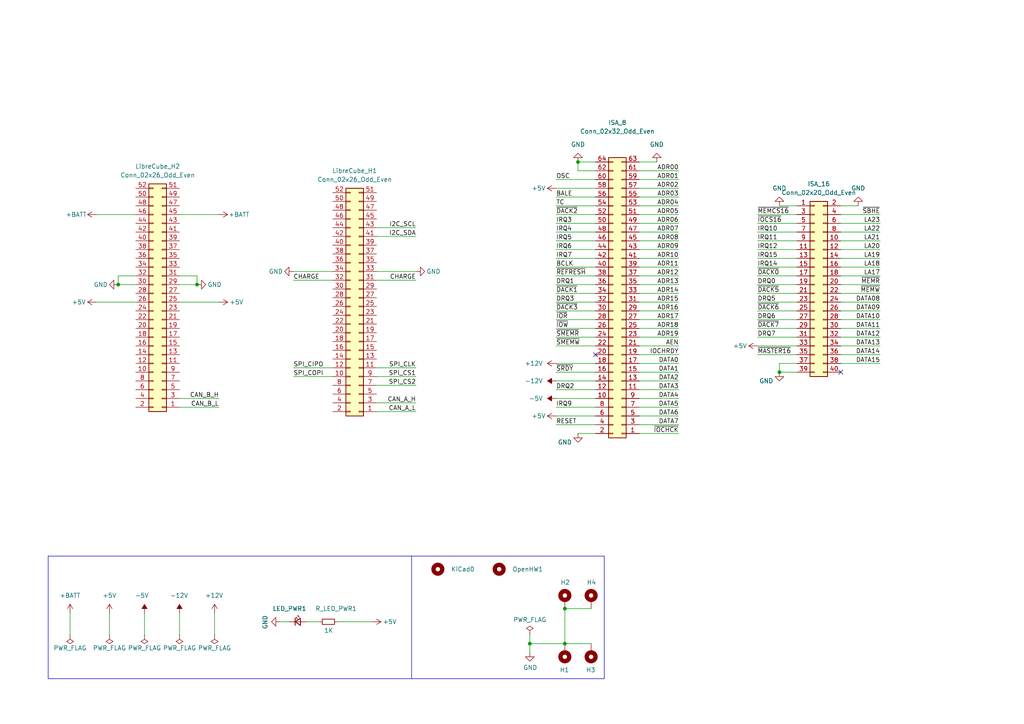
<source format=kicad_sch>
(kicad_sch (version 20230121) (generator eeschema)

  (uuid b26d10c1-0874-459a-80a4-e525262e670c)

  (paper "A4")

  (lib_symbols
    (symbol "Connector_Generic:Conn_02x20_Odd_Even" (pin_names (offset 1.016) hide) (in_bom yes) (on_board yes)
      (property "Reference" "J" (at 1.27 25.4 0)
        (effects (font (size 1.27 1.27)))
      )
      (property "Value" "Conn_02x20_Odd_Even" (at 1.27 -27.94 0)
        (effects (font (size 1.27 1.27)))
      )
      (property "Footprint" "" (at 0 0 0)
        (effects (font (size 1.27 1.27)) hide)
      )
      (property "Datasheet" "~" (at 0 0 0)
        (effects (font (size 1.27 1.27)) hide)
      )
      (property "ki_keywords" "connector" (at 0 0 0)
        (effects (font (size 1.27 1.27)) hide)
      )
      (property "ki_description" "Generic connector, double row, 02x20, odd/even pin numbering scheme (row 1 odd numbers, row 2 even numbers), script generated (kicad-library-utils/schlib/autogen/connector/)" (at 0 0 0)
        (effects (font (size 1.27 1.27)) hide)
      )
      (property "ki_fp_filters" "Connector*:*_2x??_*" (at 0 0 0)
        (effects (font (size 1.27 1.27)) hide)
      )
      (symbol "Conn_02x20_Odd_Even_1_1"
        (rectangle (start -1.27 -25.273) (end 0 -25.527)
          (stroke (width 0.1524) (type default))
          (fill (type none))
        )
        (rectangle (start -1.27 -22.733) (end 0 -22.987)
          (stroke (width 0.1524) (type default))
          (fill (type none))
        )
        (rectangle (start -1.27 -20.193) (end 0 -20.447)
          (stroke (width 0.1524) (type default))
          (fill (type none))
        )
        (rectangle (start -1.27 -17.653) (end 0 -17.907)
          (stroke (width 0.1524) (type default))
          (fill (type none))
        )
        (rectangle (start -1.27 -15.113) (end 0 -15.367)
          (stroke (width 0.1524) (type default))
          (fill (type none))
        )
        (rectangle (start -1.27 -12.573) (end 0 -12.827)
          (stroke (width 0.1524) (type default))
          (fill (type none))
        )
        (rectangle (start -1.27 -10.033) (end 0 -10.287)
          (stroke (width 0.1524) (type default))
          (fill (type none))
        )
        (rectangle (start -1.27 -7.493) (end 0 -7.747)
          (stroke (width 0.1524) (type default))
          (fill (type none))
        )
        (rectangle (start -1.27 -4.953) (end 0 -5.207)
          (stroke (width 0.1524) (type default))
          (fill (type none))
        )
        (rectangle (start -1.27 -2.413) (end 0 -2.667)
          (stroke (width 0.1524) (type default))
          (fill (type none))
        )
        (rectangle (start -1.27 0.127) (end 0 -0.127)
          (stroke (width 0.1524) (type default))
          (fill (type none))
        )
        (rectangle (start -1.27 2.667) (end 0 2.413)
          (stroke (width 0.1524) (type default))
          (fill (type none))
        )
        (rectangle (start -1.27 5.207) (end 0 4.953)
          (stroke (width 0.1524) (type default))
          (fill (type none))
        )
        (rectangle (start -1.27 7.747) (end 0 7.493)
          (stroke (width 0.1524) (type default))
          (fill (type none))
        )
        (rectangle (start -1.27 10.287) (end 0 10.033)
          (stroke (width 0.1524) (type default))
          (fill (type none))
        )
        (rectangle (start -1.27 12.827) (end 0 12.573)
          (stroke (width 0.1524) (type default))
          (fill (type none))
        )
        (rectangle (start -1.27 15.367) (end 0 15.113)
          (stroke (width 0.1524) (type default))
          (fill (type none))
        )
        (rectangle (start -1.27 17.907) (end 0 17.653)
          (stroke (width 0.1524) (type default))
          (fill (type none))
        )
        (rectangle (start -1.27 20.447) (end 0 20.193)
          (stroke (width 0.1524) (type default))
          (fill (type none))
        )
        (rectangle (start -1.27 22.987) (end 0 22.733)
          (stroke (width 0.1524) (type default))
          (fill (type none))
        )
        (rectangle (start -1.27 24.13) (end 3.81 -26.67)
          (stroke (width 0.254) (type default))
          (fill (type background))
        )
        (rectangle (start 3.81 -25.273) (end 2.54 -25.527)
          (stroke (width 0.1524) (type default))
          (fill (type none))
        )
        (rectangle (start 3.81 -22.733) (end 2.54 -22.987)
          (stroke (width 0.1524) (type default))
          (fill (type none))
        )
        (rectangle (start 3.81 -20.193) (end 2.54 -20.447)
          (stroke (width 0.1524) (type default))
          (fill (type none))
        )
        (rectangle (start 3.81 -17.653) (end 2.54 -17.907)
          (stroke (width 0.1524) (type default))
          (fill (type none))
        )
        (rectangle (start 3.81 -15.113) (end 2.54 -15.367)
          (stroke (width 0.1524) (type default))
          (fill (type none))
        )
        (rectangle (start 3.81 -12.573) (end 2.54 -12.827)
          (stroke (width 0.1524) (type default))
          (fill (type none))
        )
        (rectangle (start 3.81 -10.033) (end 2.54 -10.287)
          (stroke (width 0.1524) (type default))
          (fill (type none))
        )
        (rectangle (start 3.81 -7.493) (end 2.54 -7.747)
          (stroke (width 0.1524) (type default))
          (fill (type none))
        )
        (rectangle (start 3.81 -4.953) (end 2.54 -5.207)
          (stroke (width 0.1524) (type default))
          (fill (type none))
        )
        (rectangle (start 3.81 -2.413) (end 2.54 -2.667)
          (stroke (width 0.1524) (type default))
          (fill (type none))
        )
        (rectangle (start 3.81 0.127) (end 2.54 -0.127)
          (stroke (width 0.1524) (type default))
          (fill (type none))
        )
        (rectangle (start 3.81 2.667) (end 2.54 2.413)
          (stroke (width 0.1524) (type default))
          (fill (type none))
        )
        (rectangle (start 3.81 5.207) (end 2.54 4.953)
          (stroke (width 0.1524) (type default))
          (fill (type none))
        )
        (rectangle (start 3.81 7.747) (end 2.54 7.493)
          (stroke (width 0.1524) (type default))
          (fill (type none))
        )
        (rectangle (start 3.81 10.287) (end 2.54 10.033)
          (stroke (width 0.1524) (type default))
          (fill (type none))
        )
        (rectangle (start 3.81 12.827) (end 2.54 12.573)
          (stroke (width 0.1524) (type default))
          (fill (type none))
        )
        (rectangle (start 3.81 15.367) (end 2.54 15.113)
          (stroke (width 0.1524) (type default))
          (fill (type none))
        )
        (rectangle (start 3.81 17.907) (end 2.54 17.653)
          (stroke (width 0.1524) (type default))
          (fill (type none))
        )
        (rectangle (start 3.81 20.447) (end 2.54 20.193)
          (stroke (width 0.1524) (type default))
          (fill (type none))
        )
        (rectangle (start 3.81 22.987) (end 2.54 22.733)
          (stroke (width 0.1524) (type default))
          (fill (type none))
        )
        (pin passive line (at -5.08 22.86 0) (length 3.81)
          (name "Pin_1" (effects (font (size 1.27 1.27))))
          (number "1" (effects (font (size 1.27 1.27))))
        )
        (pin passive line (at 7.62 12.7 180) (length 3.81)
          (name "Pin_10" (effects (font (size 1.27 1.27))))
          (number "10" (effects (font (size 1.27 1.27))))
        )
        (pin passive line (at -5.08 10.16 0) (length 3.81)
          (name "Pin_11" (effects (font (size 1.27 1.27))))
          (number "11" (effects (font (size 1.27 1.27))))
        )
        (pin passive line (at 7.62 10.16 180) (length 3.81)
          (name "Pin_12" (effects (font (size 1.27 1.27))))
          (number "12" (effects (font (size 1.27 1.27))))
        )
        (pin passive line (at -5.08 7.62 0) (length 3.81)
          (name "Pin_13" (effects (font (size 1.27 1.27))))
          (number "13" (effects (font (size 1.27 1.27))))
        )
        (pin passive line (at 7.62 7.62 180) (length 3.81)
          (name "Pin_14" (effects (font (size 1.27 1.27))))
          (number "14" (effects (font (size 1.27 1.27))))
        )
        (pin passive line (at -5.08 5.08 0) (length 3.81)
          (name "Pin_15" (effects (font (size 1.27 1.27))))
          (number "15" (effects (font (size 1.27 1.27))))
        )
        (pin passive line (at 7.62 5.08 180) (length 3.81)
          (name "Pin_16" (effects (font (size 1.27 1.27))))
          (number "16" (effects (font (size 1.27 1.27))))
        )
        (pin passive line (at -5.08 2.54 0) (length 3.81)
          (name "Pin_17" (effects (font (size 1.27 1.27))))
          (number "17" (effects (font (size 1.27 1.27))))
        )
        (pin passive line (at 7.62 2.54 180) (length 3.81)
          (name "Pin_18" (effects (font (size 1.27 1.27))))
          (number "18" (effects (font (size 1.27 1.27))))
        )
        (pin passive line (at -5.08 0 0) (length 3.81)
          (name "Pin_19" (effects (font (size 1.27 1.27))))
          (number "19" (effects (font (size 1.27 1.27))))
        )
        (pin passive line (at 7.62 22.86 180) (length 3.81)
          (name "Pin_2" (effects (font (size 1.27 1.27))))
          (number "2" (effects (font (size 1.27 1.27))))
        )
        (pin passive line (at 7.62 0 180) (length 3.81)
          (name "Pin_20" (effects (font (size 1.27 1.27))))
          (number "20" (effects (font (size 1.27 1.27))))
        )
        (pin passive line (at -5.08 -2.54 0) (length 3.81)
          (name "Pin_21" (effects (font (size 1.27 1.27))))
          (number "21" (effects (font (size 1.27 1.27))))
        )
        (pin passive line (at 7.62 -2.54 180) (length 3.81)
          (name "Pin_22" (effects (font (size 1.27 1.27))))
          (number "22" (effects (font (size 1.27 1.27))))
        )
        (pin passive line (at -5.08 -5.08 0) (length 3.81)
          (name "Pin_23" (effects (font (size 1.27 1.27))))
          (number "23" (effects (font (size 1.27 1.27))))
        )
        (pin passive line (at 7.62 -5.08 180) (length 3.81)
          (name "Pin_24" (effects (font (size 1.27 1.27))))
          (number "24" (effects (font (size 1.27 1.27))))
        )
        (pin passive line (at -5.08 -7.62 0) (length 3.81)
          (name "Pin_25" (effects (font (size 1.27 1.27))))
          (number "25" (effects (font (size 1.27 1.27))))
        )
        (pin passive line (at 7.62 -7.62 180) (length 3.81)
          (name "Pin_26" (effects (font (size 1.27 1.27))))
          (number "26" (effects (font (size 1.27 1.27))))
        )
        (pin passive line (at -5.08 -10.16 0) (length 3.81)
          (name "Pin_27" (effects (font (size 1.27 1.27))))
          (number "27" (effects (font (size 1.27 1.27))))
        )
        (pin passive line (at 7.62 -10.16 180) (length 3.81)
          (name "Pin_28" (effects (font (size 1.27 1.27))))
          (number "28" (effects (font (size 1.27 1.27))))
        )
        (pin passive line (at -5.08 -12.7 0) (length 3.81)
          (name "Pin_29" (effects (font (size 1.27 1.27))))
          (number "29" (effects (font (size 1.27 1.27))))
        )
        (pin passive line (at -5.08 20.32 0) (length 3.81)
          (name "Pin_3" (effects (font (size 1.27 1.27))))
          (number "3" (effects (font (size 1.27 1.27))))
        )
        (pin passive line (at 7.62 -12.7 180) (length 3.81)
          (name "Pin_30" (effects (font (size 1.27 1.27))))
          (number "30" (effects (font (size 1.27 1.27))))
        )
        (pin passive line (at -5.08 -15.24 0) (length 3.81)
          (name "Pin_31" (effects (font (size 1.27 1.27))))
          (number "31" (effects (font (size 1.27 1.27))))
        )
        (pin passive line (at 7.62 -15.24 180) (length 3.81)
          (name "Pin_32" (effects (font (size 1.27 1.27))))
          (number "32" (effects (font (size 1.27 1.27))))
        )
        (pin passive line (at -5.08 -17.78 0) (length 3.81)
          (name "Pin_33" (effects (font (size 1.27 1.27))))
          (number "33" (effects (font (size 1.27 1.27))))
        )
        (pin passive line (at 7.62 -17.78 180) (length 3.81)
          (name "Pin_34" (effects (font (size 1.27 1.27))))
          (number "34" (effects (font (size 1.27 1.27))))
        )
        (pin passive line (at -5.08 -20.32 0) (length 3.81)
          (name "Pin_35" (effects (font (size 1.27 1.27))))
          (number "35" (effects (font (size 1.27 1.27))))
        )
        (pin passive line (at 7.62 -20.32 180) (length 3.81)
          (name "Pin_36" (effects (font (size 1.27 1.27))))
          (number "36" (effects (font (size 1.27 1.27))))
        )
        (pin passive line (at -5.08 -22.86 0) (length 3.81)
          (name "Pin_37" (effects (font (size 1.27 1.27))))
          (number "37" (effects (font (size 1.27 1.27))))
        )
        (pin passive line (at 7.62 -22.86 180) (length 3.81)
          (name "Pin_38" (effects (font (size 1.27 1.27))))
          (number "38" (effects (font (size 1.27 1.27))))
        )
        (pin passive line (at -5.08 -25.4 0) (length 3.81)
          (name "Pin_39" (effects (font (size 1.27 1.27))))
          (number "39" (effects (font (size 1.27 1.27))))
        )
        (pin passive line (at 7.62 20.32 180) (length 3.81)
          (name "Pin_4" (effects (font (size 1.27 1.27))))
          (number "4" (effects (font (size 1.27 1.27))))
        )
        (pin passive line (at 7.62 -25.4 180) (length 3.81)
          (name "Pin_40" (effects (font (size 1.27 1.27))))
          (number "40" (effects (font (size 1.27 1.27))))
        )
        (pin passive line (at -5.08 17.78 0) (length 3.81)
          (name "Pin_5" (effects (font (size 1.27 1.27))))
          (number "5" (effects (font (size 1.27 1.27))))
        )
        (pin passive line (at 7.62 17.78 180) (length 3.81)
          (name "Pin_6" (effects (font (size 1.27 1.27))))
          (number "6" (effects (font (size 1.27 1.27))))
        )
        (pin passive line (at -5.08 15.24 0) (length 3.81)
          (name "Pin_7" (effects (font (size 1.27 1.27))))
          (number "7" (effects (font (size 1.27 1.27))))
        )
        (pin passive line (at 7.62 15.24 180) (length 3.81)
          (name "Pin_8" (effects (font (size 1.27 1.27))))
          (number "8" (effects (font (size 1.27 1.27))))
        )
        (pin passive line (at -5.08 12.7 0) (length 3.81)
          (name "Pin_9" (effects (font (size 1.27 1.27))))
          (number "9" (effects (font (size 1.27 1.27))))
        )
      )
    )
    (symbol "Connector_Generic:Conn_02x26_Odd_Even" (pin_names (offset 1.016) hide) (in_bom yes) (on_board yes)
      (property "Reference" "J" (at 1.27 33.02 0)
        (effects (font (size 1.27 1.27)))
      )
      (property "Value" "Conn_02x26_Odd_Even" (at 1.27 -35.56 0)
        (effects (font (size 1.27 1.27)))
      )
      (property "Footprint" "" (at 0 0 0)
        (effects (font (size 1.27 1.27)) hide)
      )
      (property "Datasheet" "~" (at 0 0 0)
        (effects (font (size 1.27 1.27)) hide)
      )
      (property "ki_keywords" "connector" (at 0 0 0)
        (effects (font (size 1.27 1.27)) hide)
      )
      (property "ki_description" "Generic connector, double row, 02x26, odd/even pin numbering scheme (row 1 odd numbers, row 2 even numbers), script generated (kicad-library-utils/schlib/autogen/connector/)" (at 0 0 0)
        (effects (font (size 1.27 1.27)) hide)
      )
      (property "ki_fp_filters" "Connector*:*_2x??_*" (at 0 0 0)
        (effects (font (size 1.27 1.27)) hide)
      )
      (symbol "Conn_02x26_Odd_Even_1_1"
        (rectangle (start -1.27 -32.893) (end 0 -33.147)
          (stroke (width 0.1524) (type default))
          (fill (type none))
        )
        (rectangle (start -1.27 -30.353) (end 0 -30.607)
          (stroke (width 0.1524) (type default))
          (fill (type none))
        )
        (rectangle (start -1.27 -27.813) (end 0 -28.067)
          (stroke (width 0.1524) (type default))
          (fill (type none))
        )
        (rectangle (start -1.27 -25.273) (end 0 -25.527)
          (stroke (width 0.1524) (type default))
          (fill (type none))
        )
        (rectangle (start -1.27 -22.733) (end 0 -22.987)
          (stroke (width 0.1524) (type default))
          (fill (type none))
        )
        (rectangle (start -1.27 -20.193) (end 0 -20.447)
          (stroke (width 0.1524) (type default))
          (fill (type none))
        )
        (rectangle (start -1.27 -17.653) (end 0 -17.907)
          (stroke (width 0.1524) (type default))
          (fill (type none))
        )
        (rectangle (start -1.27 -15.113) (end 0 -15.367)
          (stroke (width 0.1524) (type default))
          (fill (type none))
        )
        (rectangle (start -1.27 -12.573) (end 0 -12.827)
          (stroke (width 0.1524) (type default))
          (fill (type none))
        )
        (rectangle (start -1.27 -10.033) (end 0 -10.287)
          (stroke (width 0.1524) (type default))
          (fill (type none))
        )
        (rectangle (start -1.27 -7.493) (end 0 -7.747)
          (stroke (width 0.1524) (type default))
          (fill (type none))
        )
        (rectangle (start -1.27 -4.953) (end 0 -5.207)
          (stroke (width 0.1524) (type default))
          (fill (type none))
        )
        (rectangle (start -1.27 -2.413) (end 0 -2.667)
          (stroke (width 0.1524) (type default))
          (fill (type none))
        )
        (rectangle (start -1.27 0.127) (end 0 -0.127)
          (stroke (width 0.1524) (type default))
          (fill (type none))
        )
        (rectangle (start -1.27 2.667) (end 0 2.413)
          (stroke (width 0.1524) (type default))
          (fill (type none))
        )
        (rectangle (start -1.27 5.207) (end 0 4.953)
          (stroke (width 0.1524) (type default))
          (fill (type none))
        )
        (rectangle (start -1.27 7.747) (end 0 7.493)
          (stroke (width 0.1524) (type default))
          (fill (type none))
        )
        (rectangle (start -1.27 10.287) (end 0 10.033)
          (stroke (width 0.1524) (type default))
          (fill (type none))
        )
        (rectangle (start -1.27 12.827) (end 0 12.573)
          (stroke (width 0.1524) (type default))
          (fill (type none))
        )
        (rectangle (start -1.27 15.367) (end 0 15.113)
          (stroke (width 0.1524) (type default))
          (fill (type none))
        )
        (rectangle (start -1.27 17.907) (end 0 17.653)
          (stroke (width 0.1524) (type default))
          (fill (type none))
        )
        (rectangle (start -1.27 20.447) (end 0 20.193)
          (stroke (width 0.1524) (type default))
          (fill (type none))
        )
        (rectangle (start -1.27 22.987) (end 0 22.733)
          (stroke (width 0.1524) (type default))
          (fill (type none))
        )
        (rectangle (start -1.27 25.527) (end 0 25.273)
          (stroke (width 0.1524) (type default))
          (fill (type none))
        )
        (rectangle (start -1.27 28.067) (end 0 27.813)
          (stroke (width 0.1524) (type default))
          (fill (type none))
        )
        (rectangle (start -1.27 30.607) (end 0 30.353)
          (stroke (width 0.1524) (type default))
          (fill (type none))
        )
        (rectangle (start -1.27 31.75) (end 3.81 -34.29)
          (stroke (width 0.254) (type default))
          (fill (type background))
        )
        (rectangle (start 3.81 -32.893) (end 2.54 -33.147)
          (stroke (width 0.1524) (type default))
          (fill (type none))
        )
        (rectangle (start 3.81 -30.353) (end 2.54 -30.607)
          (stroke (width 0.1524) (type default))
          (fill (type none))
        )
        (rectangle (start 3.81 -27.813) (end 2.54 -28.067)
          (stroke (width 0.1524) (type default))
          (fill (type none))
        )
        (rectangle (start 3.81 -25.273) (end 2.54 -25.527)
          (stroke (width 0.1524) (type default))
          (fill (type none))
        )
        (rectangle (start 3.81 -22.733) (end 2.54 -22.987)
          (stroke (width 0.1524) (type default))
          (fill (type none))
        )
        (rectangle (start 3.81 -20.193) (end 2.54 -20.447)
          (stroke (width 0.1524) (type default))
          (fill (type none))
        )
        (rectangle (start 3.81 -17.653) (end 2.54 -17.907)
          (stroke (width 0.1524) (type default))
          (fill (type none))
        )
        (rectangle (start 3.81 -15.113) (end 2.54 -15.367)
          (stroke (width 0.1524) (type default))
          (fill (type none))
        )
        (rectangle (start 3.81 -12.573) (end 2.54 -12.827)
          (stroke (width 0.1524) (type default))
          (fill (type none))
        )
        (rectangle (start 3.81 -10.033) (end 2.54 -10.287)
          (stroke (width 0.1524) (type default))
          (fill (type none))
        )
        (rectangle (start 3.81 -7.493) (end 2.54 -7.747)
          (stroke (width 0.1524) (type default))
          (fill (type none))
        )
        (rectangle (start 3.81 -4.953) (end 2.54 -5.207)
          (stroke (width 0.1524) (type default))
          (fill (type none))
        )
        (rectangle (start 3.81 -2.413) (end 2.54 -2.667)
          (stroke (width 0.1524) (type default))
          (fill (type none))
        )
        (rectangle (start 3.81 0.127) (end 2.54 -0.127)
          (stroke (width 0.1524) (type default))
          (fill (type none))
        )
        (rectangle (start 3.81 2.667) (end 2.54 2.413)
          (stroke (width 0.1524) (type default))
          (fill (type none))
        )
        (rectangle (start 3.81 5.207) (end 2.54 4.953)
          (stroke (width 0.1524) (type default))
          (fill (type none))
        )
        (rectangle (start 3.81 7.747) (end 2.54 7.493)
          (stroke (width 0.1524) (type default))
          (fill (type none))
        )
        (rectangle (start 3.81 10.287) (end 2.54 10.033)
          (stroke (width 0.1524) (type default))
          (fill (type none))
        )
        (rectangle (start 3.81 12.827) (end 2.54 12.573)
          (stroke (width 0.1524) (type default))
          (fill (type none))
        )
        (rectangle (start 3.81 15.367) (end 2.54 15.113)
          (stroke (width 0.1524) (type default))
          (fill (type none))
        )
        (rectangle (start 3.81 17.907) (end 2.54 17.653)
          (stroke (width 0.1524) (type default))
          (fill (type none))
        )
        (rectangle (start 3.81 20.447) (end 2.54 20.193)
          (stroke (width 0.1524) (type default))
          (fill (type none))
        )
        (rectangle (start 3.81 22.987) (end 2.54 22.733)
          (stroke (width 0.1524) (type default))
          (fill (type none))
        )
        (rectangle (start 3.81 25.527) (end 2.54 25.273)
          (stroke (width 0.1524) (type default))
          (fill (type none))
        )
        (rectangle (start 3.81 28.067) (end 2.54 27.813)
          (stroke (width 0.1524) (type default))
          (fill (type none))
        )
        (rectangle (start 3.81 30.607) (end 2.54 30.353)
          (stroke (width 0.1524) (type default))
          (fill (type none))
        )
        (pin passive line (at -5.08 30.48 0) (length 3.81)
          (name "Pin_1" (effects (font (size 1.27 1.27))))
          (number "1" (effects (font (size 1.27 1.27))))
        )
        (pin passive line (at 7.62 20.32 180) (length 3.81)
          (name "Pin_10" (effects (font (size 1.27 1.27))))
          (number "10" (effects (font (size 1.27 1.27))))
        )
        (pin passive line (at -5.08 17.78 0) (length 3.81)
          (name "Pin_11" (effects (font (size 1.27 1.27))))
          (number "11" (effects (font (size 1.27 1.27))))
        )
        (pin passive line (at 7.62 17.78 180) (length 3.81)
          (name "Pin_12" (effects (font (size 1.27 1.27))))
          (number "12" (effects (font (size 1.27 1.27))))
        )
        (pin passive line (at -5.08 15.24 0) (length 3.81)
          (name "Pin_13" (effects (font (size 1.27 1.27))))
          (number "13" (effects (font (size 1.27 1.27))))
        )
        (pin passive line (at 7.62 15.24 180) (length 3.81)
          (name "Pin_14" (effects (font (size 1.27 1.27))))
          (number "14" (effects (font (size 1.27 1.27))))
        )
        (pin passive line (at -5.08 12.7 0) (length 3.81)
          (name "Pin_15" (effects (font (size 1.27 1.27))))
          (number "15" (effects (font (size 1.27 1.27))))
        )
        (pin passive line (at 7.62 12.7 180) (length 3.81)
          (name "Pin_16" (effects (font (size 1.27 1.27))))
          (number "16" (effects (font (size 1.27 1.27))))
        )
        (pin passive line (at -5.08 10.16 0) (length 3.81)
          (name "Pin_17" (effects (font (size 1.27 1.27))))
          (number "17" (effects (font (size 1.27 1.27))))
        )
        (pin passive line (at 7.62 10.16 180) (length 3.81)
          (name "Pin_18" (effects (font (size 1.27 1.27))))
          (number "18" (effects (font (size 1.27 1.27))))
        )
        (pin passive line (at -5.08 7.62 0) (length 3.81)
          (name "Pin_19" (effects (font (size 1.27 1.27))))
          (number "19" (effects (font (size 1.27 1.27))))
        )
        (pin passive line (at 7.62 30.48 180) (length 3.81)
          (name "Pin_2" (effects (font (size 1.27 1.27))))
          (number "2" (effects (font (size 1.27 1.27))))
        )
        (pin passive line (at 7.62 7.62 180) (length 3.81)
          (name "Pin_20" (effects (font (size 1.27 1.27))))
          (number "20" (effects (font (size 1.27 1.27))))
        )
        (pin passive line (at -5.08 5.08 0) (length 3.81)
          (name "Pin_21" (effects (font (size 1.27 1.27))))
          (number "21" (effects (font (size 1.27 1.27))))
        )
        (pin passive line (at 7.62 5.08 180) (length 3.81)
          (name "Pin_22" (effects (font (size 1.27 1.27))))
          (number "22" (effects (font (size 1.27 1.27))))
        )
        (pin passive line (at -5.08 2.54 0) (length 3.81)
          (name "Pin_23" (effects (font (size 1.27 1.27))))
          (number "23" (effects (font (size 1.27 1.27))))
        )
        (pin passive line (at 7.62 2.54 180) (length 3.81)
          (name "Pin_24" (effects (font (size 1.27 1.27))))
          (number "24" (effects (font (size 1.27 1.27))))
        )
        (pin passive line (at -5.08 0 0) (length 3.81)
          (name "Pin_25" (effects (font (size 1.27 1.27))))
          (number "25" (effects (font (size 1.27 1.27))))
        )
        (pin passive line (at 7.62 0 180) (length 3.81)
          (name "Pin_26" (effects (font (size 1.27 1.27))))
          (number "26" (effects (font (size 1.27 1.27))))
        )
        (pin passive line (at -5.08 -2.54 0) (length 3.81)
          (name "Pin_27" (effects (font (size 1.27 1.27))))
          (number "27" (effects (font (size 1.27 1.27))))
        )
        (pin passive line (at 7.62 -2.54 180) (length 3.81)
          (name "Pin_28" (effects (font (size 1.27 1.27))))
          (number "28" (effects (font (size 1.27 1.27))))
        )
        (pin passive line (at -5.08 -5.08 0) (length 3.81)
          (name "Pin_29" (effects (font (size 1.27 1.27))))
          (number "29" (effects (font (size 1.27 1.27))))
        )
        (pin passive line (at -5.08 27.94 0) (length 3.81)
          (name "Pin_3" (effects (font (size 1.27 1.27))))
          (number "3" (effects (font (size 1.27 1.27))))
        )
        (pin passive line (at 7.62 -5.08 180) (length 3.81)
          (name "Pin_30" (effects (font (size 1.27 1.27))))
          (number "30" (effects (font (size 1.27 1.27))))
        )
        (pin passive line (at -5.08 -7.62 0) (length 3.81)
          (name "Pin_31" (effects (font (size 1.27 1.27))))
          (number "31" (effects (font (size 1.27 1.27))))
        )
        (pin passive line (at 7.62 -7.62 180) (length 3.81)
          (name "Pin_32" (effects (font (size 1.27 1.27))))
          (number "32" (effects (font (size 1.27 1.27))))
        )
        (pin passive line (at -5.08 -10.16 0) (length 3.81)
          (name "Pin_33" (effects (font (size 1.27 1.27))))
          (number "33" (effects (font (size 1.27 1.27))))
        )
        (pin passive line (at 7.62 -10.16 180) (length 3.81)
          (name "Pin_34" (effects (font (size 1.27 1.27))))
          (number "34" (effects (font (size 1.27 1.27))))
        )
        (pin passive line (at -5.08 -12.7 0) (length 3.81)
          (name "Pin_35" (effects (font (size 1.27 1.27))))
          (number "35" (effects (font (size 1.27 1.27))))
        )
        (pin passive line (at 7.62 -12.7 180) (length 3.81)
          (name "Pin_36" (effects (font (size 1.27 1.27))))
          (number "36" (effects (font (size 1.27 1.27))))
        )
        (pin passive line (at -5.08 -15.24 0) (length 3.81)
          (name "Pin_37" (effects (font (size 1.27 1.27))))
          (number "37" (effects (font (size 1.27 1.27))))
        )
        (pin passive line (at 7.62 -15.24 180) (length 3.81)
          (name "Pin_38" (effects (font (size 1.27 1.27))))
          (number "38" (effects (font (size 1.27 1.27))))
        )
        (pin passive line (at -5.08 -17.78 0) (length 3.81)
          (name "Pin_39" (effects (font (size 1.27 1.27))))
          (number "39" (effects (font (size 1.27 1.27))))
        )
        (pin passive line (at 7.62 27.94 180) (length 3.81)
          (name "Pin_4" (effects (font (size 1.27 1.27))))
          (number "4" (effects (font (size 1.27 1.27))))
        )
        (pin passive line (at 7.62 -17.78 180) (length 3.81)
          (name "Pin_40" (effects (font (size 1.27 1.27))))
          (number "40" (effects (font (size 1.27 1.27))))
        )
        (pin passive line (at -5.08 -20.32 0) (length 3.81)
          (name "Pin_41" (effects (font (size 1.27 1.27))))
          (number "41" (effects (font (size 1.27 1.27))))
        )
        (pin passive line (at 7.62 -20.32 180) (length 3.81)
          (name "Pin_42" (effects (font (size 1.27 1.27))))
          (number "42" (effects (font (size 1.27 1.27))))
        )
        (pin passive line (at -5.08 -22.86 0) (length 3.81)
          (name "Pin_43" (effects (font (size 1.27 1.27))))
          (number "43" (effects (font (size 1.27 1.27))))
        )
        (pin passive line (at 7.62 -22.86 180) (length 3.81)
          (name "Pin_44" (effects (font (size 1.27 1.27))))
          (number "44" (effects (font (size 1.27 1.27))))
        )
        (pin passive line (at -5.08 -25.4 0) (length 3.81)
          (name "Pin_45" (effects (font (size 1.27 1.27))))
          (number "45" (effects (font (size 1.27 1.27))))
        )
        (pin passive line (at 7.62 -25.4 180) (length 3.81)
          (name "Pin_46" (effects (font (size 1.27 1.27))))
          (number "46" (effects (font (size 1.27 1.27))))
        )
        (pin passive line (at -5.08 -27.94 0) (length 3.81)
          (name "Pin_47" (effects (font (size 1.27 1.27))))
          (number "47" (effects (font (size 1.27 1.27))))
        )
        (pin passive line (at 7.62 -27.94 180) (length 3.81)
          (name "Pin_48" (effects (font (size 1.27 1.27))))
          (number "48" (effects (font (size 1.27 1.27))))
        )
        (pin passive line (at -5.08 -30.48 0) (length 3.81)
          (name "Pin_49" (effects (font (size 1.27 1.27))))
          (number "49" (effects (font (size 1.27 1.27))))
        )
        (pin passive line (at -5.08 25.4 0) (length 3.81)
          (name "Pin_5" (effects (font (size 1.27 1.27))))
          (number "5" (effects (font (size 1.27 1.27))))
        )
        (pin passive line (at 7.62 -30.48 180) (length 3.81)
          (name "Pin_50" (effects (font (size 1.27 1.27))))
          (number "50" (effects (font (size 1.27 1.27))))
        )
        (pin passive line (at -5.08 -33.02 0) (length 3.81)
          (name "Pin_51" (effects (font (size 1.27 1.27))))
          (number "51" (effects (font (size 1.27 1.27))))
        )
        (pin passive line (at 7.62 -33.02 180) (length 3.81)
          (name "Pin_52" (effects (font (size 1.27 1.27))))
          (number "52" (effects (font (size 1.27 1.27))))
        )
        (pin passive line (at 7.62 25.4 180) (length 3.81)
          (name "Pin_6" (effects (font (size 1.27 1.27))))
          (number "6" (effects (font (size 1.27 1.27))))
        )
        (pin passive line (at -5.08 22.86 0) (length 3.81)
          (name "Pin_7" (effects (font (size 1.27 1.27))))
          (number "7" (effects (font (size 1.27 1.27))))
        )
        (pin passive line (at 7.62 22.86 180) (length 3.81)
          (name "Pin_8" (effects (font (size 1.27 1.27))))
          (number "8" (effects (font (size 1.27 1.27))))
        )
        (pin passive line (at -5.08 20.32 0) (length 3.81)
          (name "Pin_9" (effects (font (size 1.27 1.27))))
          (number "9" (effects (font (size 1.27 1.27))))
        )
      )
    )
    (symbol "Connector_Generic:Conn_02x32_Odd_Even" (pin_names (offset 1.016) hide) (in_bom yes) (on_board yes)
      (property "Reference" "J" (at 1.27 40.64 0)
        (effects (font (size 1.27 1.27)))
      )
      (property "Value" "Conn_02x32_Odd_Even" (at 1.27 -43.18 0)
        (effects (font (size 1.27 1.27)))
      )
      (property "Footprint" "" (at 0 0 0)
        (effects (font (size 1.27 1.27)) hide)
      )
      (property "Datasheet" "~" (at 0 0 0)
        (effects (font (size 1.27 1.27)) hide)
      )
      (property "ki_keywords" "connector" (at 0 0 0)
        (effects (font (size 1.27 1.27)) hide)
      )
      (property "ki_description" "Generic connector, double row, 02x32, odd/even pin numbering scheme (row 1 odd numbers, row 2 even numbers), script generated (kicad-library-utils/schlib/autogen/connector/)" (at 0 0 0)
        (effects (font (size 1.27 1.27)) hide)
      )
      (property "ki_fp_filters" "Connector*:*_2x??_*" (at 0 0 0)
        (effects (font (size 1.27 1.27)) hide)
      )
      (symbol "Conn_02x32_Odd_Even_1_1"
        (rectangle (start -1.27 -40.513) (end 0 -40.767)
          (stroke (width 0.1524) (type default))
          (fill (type none))
        )
        (rectangle (start -1.27 -37.973) (end 0 -38.227)
          (stroke (width 0.1524) (type default))
          (fill (type none))
        )
        (rectangle (start -1.27 -35.433) (end 0 -35.687)
          (stroke (width 0.1524) (type default))
          (fill (type none))
        )
        (rectangle (start -1.27 -32.893) (end 0 -33.147)
          (stroke (width 0.1524) (type default))
          (fill (type none))
        )
        (rectangle (start -1.27 -30.353) (end 0 -30.607)
          (stroke (width 0.1524) (type default))
          (fill (type none))
        )
        (rectangle (start -1.27 -27.813) (end 0 -28.067)
          (stroke (width 0.1524) (type default))
          (fill (type none))
        )
        (rectangle (start -1.27 -25.273) (end 0 -25.527)
          (stroke (width 0.1524) (type default))
          (fill (type none))
        )
        (rectangle (start -1.27 -22.733) (end 0 -22.987)
          (stroke (width 0.1524) (type default))
          (fill (type none))
        )
        (rectangle (start -1.27 -20.193) (end 0 -20.447)
          (stroke (width 0.1524) (type default))
          (fill (type none))
        )
        (rectangle (start -1.27 -17.653) (end 0 -17.907)
          (stroke (width 0.1524) (type default))
          (fill (type none))
        )
        (rectangle (start -1.27 -15.113) (end 0 -15.367)
          (stroke (width 0.1524) (type default))
          (fill (type none))
        )
        (rectangle (start -1.27 -12.573) (end 0 -12.827)
          (stroke (width 0.1524) (type default))
          (fill (type none))
        )
        (rectangle (start -1.27 -10.033) (end 0 -10.287)
          (stroke (width 0.1524) (type default))
          (fill (type none))
        )
        (rectangle (start -1.27 -7.493) (end 0 -7.747)
          (stroke (width 0.1524) (type default))
          (fill (type none))
        )
        (rectangle (start -1.27 -4.953) (end 0 -5.207)
          (stroke (width 0.1524) (type default))
          (fill (type none))
        )
        (rectangle (start -1.27 -2.413) (end 0 -2.667)
          (stroke (width 0.1524) (type default))
          (fill (type none))
        )
        (rectangle (start -1.27 0.127) (end 0 -0.127)
          (stroke (width 0.1524) (type default))
          (fill (type none))
        )
        (rectangle (start -1.27 2.667) (end 0 2.413)
          (stroke (width 0.1524) (type default))
          (fill (type none))
        )
        (rectangle (start -1.27 5.207) (end 0 4.953)
          (stroke (width 0.1524) (type default))
          (fill (type none))
        )
        (rectangle (start -1.27 7.747) (end 0 7.493)
          (stroke (width 0.1524) (type default))
          (fill (type none))
        )
        (rectangle (start -1.27 10.287) (end 0 10.033)
          (stroke (width 0.1524) (type default))
          (fill (type none))
        )
        (rectangle (start -1.27 12.827) (end 0 12.573)
          (stroke (width 0.1524) (type default))
          (fill (type none))
        )
        (rectangle (start -1.27 15.367) (end 0 15.113)
          (stroke (width 0.1524) (type default))
          (fill (type none))
        )
        (rectangle (start -1.27 17.907) (end 0 17.653)
          (stroke (width 0.1524) (type default))
          (fill (type none))
        )
        (rectangle (start -1.27 20.447) (end 0 20.193)
          (stroke (width 0.1524) (type default))
          (fill (type none))
        )
        (rectangle (start -1.27 22.987) (end 0 22.733)
          (stroke (width 0.1524) (type default))
          (fill (type none))
        )
        (rectangle (start -1.27 25.527) (end 0 25.273)
          (stroke (width 0.1524) (type default))
          (fill (type none))
        )
        (rectangle (start -1.27 28.067) (end 0 27.813)
          (stroke (width 0.1524) (type default))
          (fill (type none))
        )
        (rectangle (start -1.27 30.607) (end 0 30.353)
          (stroke (width 0.1524) (type default))
          (fill (type none))
        )
        (rectangle (start -1.27 33.147) (end 0 32.893)
          (stroke (width 0.1524) (type default))
          (fill (type none))
        )
        (rectangle (start -1.27 35.687) (end 0 35.433)
          (stroke (width 0.1524) (type default))
          (fill (type none))
        )
        (rectangle (start -1.27 38.227) (end 0 37.973)
          (stroke (width 0.1524) (type default))
          (fill (type none))
        )
        (rectangle (start -1.27 39.37) (end 3.81 -41.91)
          (stroke (width 0.254) (type default))
          (fill (type background))
        )
        (rectangle (start 3.81 -40.513) (end 2.54 -40.767)
          (stroke (width 0.1524) (type default))
          (fill (type none))
        )
        (rectangle (start 3.81 -37.973) (end 2.54 -38.227)
          (stroke (width 0.1524) (type default))
          (fill (type none))
        )
        (rectangle (start 3.81 -35.433) (end 2.54 -35.687)
          (stroke (width 0.1524) (type default))
          (fill (type none))
        )
        (rectangle (start 3.81 -32.893) (end 2.54 -33.147)
          (stroke (width 0.1524) (type default))
          (fill (type none))
        )
        (rectangle (start 3.81 -30.353) (end 2.54 -30.607)
          (stroke (width 0.1524) (type default))
          (fill (type none))
        )
        (rectangle (start 3.81 -27.813) (end 2.54 -28.067)
          (stroke (width 0.1524) (type default))
          (fill (type none))
        )
        (rectangle (start 3.81 -25.273) (end 2.54 -25.527)
          (stroke (width 0.1524) (type default))
          (fill (type none))
        )
        (rectangle (start 3.81 -22.733) (end 2.54 -22.987)
          (stroke (width 0.1524) (type default))
          (fill (type none))
        )
        (rectangle (start 3.81 -20.193) (end 2.54 -20.447)
          (stroke (width 0.1524) (type default))
          (fill (type none))
        )
        (rectangle (start 3.81 -17.653) (end 2.54 -17.907)
          (stroke (width 0.1524) (type default))
          (fill (type none))
        )
        (rectangle (start 3.81 -15.113) (end 2.54 -15.367)
          (stroke (width 0.1524) (type default))
          (fill (type none))
        )
        (rectangle (start 3.81 -12.573) (end 2.54 -12.827)
          (stroke (width 0.1524) (type default))
          (fill (type none))
        )
        (rectangle (start 3.81 -10.033) (end 2.54 -10.287)
          (stroke (width 0.1524) (type default))
          (fill (type none))
        )
        (rectangle (start 3.81 -7.493) (end 2.54 -7.747)
          (stroke (width 0.1524) (type default))
          (fill (type none))
        )
        (rectangle (start 3.81 -4.953) (end 2.54 -5.207)
          (stroke (width 0.1524) (type default))
          (fill (type none))
        )
        (rectangle (start 3.81 -2.413) (end 2.54 -2.667)
          (stroke (width 0.1524) (type default))
          (fill (type none))
        )
        (rectangle (start 3.81 0.127) (end 2.54 -0.127)
          (stroke (width 0.1524) (type default))
          (fill (type none))
        )
        (rectangle (start 3.81 2.667) (end 2.54 2.413)
          (stroke (width 0.1524) (type default))
          (fill (type none))
        )
        (rectangle (start 3.81 5.207) (end 2.54 4.953)
          (stroke (width 0.1524) (type default))
          (fill (type none))
        )
        (rectangle (start 3.81 7.747) (end 2.54 7.493)
          (stroke (width 0.1524) (type default))
          (fill (type none))
        )
        (rectangle (start 3.81 10.287) (end 2.54 10.033)
          (stroke (width 0.1524) (type default))
          (fill (type none))
        )
        (rectangle (start 3.81 12.827) (end 2.54 12.573)
          (stroke (width 0.1524) (type default))
          (fill (type none))
        )
        (rectangle (start 3.81 15.367) (end 2.54 15.113)
          (stroke (width 0.1524) (type default))
          (fill (type none))
        )
        (rectangle (start 3.81 17.907) (end 2.54 17.653)
          (stroke (width 0.1524) (type default))
          (fill (type none))
        )
        (rectangle (start 3.81 20.447) (end 2.54 20.193)
          (stroke (width 0.1524) (type default))
          (fill (type none))
        )
        (rectangle (start 3.81 22.987) (end 2.54 22.733)
          (stroke (width 0.1524) (type default))
          (fill (type none))
        )
        (rectangle (start 3.81 25.527) (end 2.54 25.273)
          (stroke (width 0.1524) (type default))
          (fill (type none))
        )
        (rectangle (start 3.81 28.067) (end 2.54 27.813)
          (stroke (width 0.1524) (type default))
          (fill (type none))
        )
        (rectangle (start 3.81 30.607) (end 2.54 30.353)
          (stroke (width 0.1524) (type default))
          (fill (type none))
        )
        (rectangle (start 3.81 33.147) (end 2.54 32.893)
          (stroke (width 0.1524) (type default))
          (fill (type none))
        )
        (rectangle (start 3.81 35.687) (end 2.54 35.433)
          (stroke (width 0.1524) (type default))
          (fill (type none))
        )
        (rectangle (start 3.81 38.227) (end 2.54 37.973)
          (stroke (width 0.1524) (type default))
          (fill (type none))
        )
        (pin passive line (at -5.08 38.1 0) (length 3.81)
          (name "Pin_1" (effects (font (size 1.27 1.27))))
          (number "1" (effects (font (size 1.27 1.27))))
        )
        (pin passive line (at 7.62 27.94 180) (length 3.81)
          (name "Pin_10" (effects (font (size 1.27 1.27))))
          (number "10" (effects (font (size 1.27 1.27))))
        )
        (pin passive line (at -5.08 25.4 0) (length 3.81)
          (name "Pin_11" (effects (font (size 1.27 1.27))))
          (number "11" (effects (font (size 1.27 1.27))))
        )
        (pin passive line (at 7.62 25.4 180) (length 3.81)
          (name "Pin_12" (effects (font (size 1.27 1.27))))
          (number "12" (effects (font (size 1.27 1.27))))
        )
        (pin passive line (at -5.08 22.86 0) (length 3.81)
          (name "Pin_13" (effects (font (size 1.27 1.27))))
          (number "13" (effects (font (size 1.27 1.27))))
        )
        (pin passive line (at 7.62 22.86 180) (length 3.81)
          (name "Pin_14" (effects (font (size 1.27 1.27))))
          (number "14" (effects (font (size 1.27 1.27))))
        )
        (pin passive line (at -5.08 20.32 0) (length 3.81)
          (name "Pin_15" (effects (font (size 1.27 1.27))))
          (number "15" (effects (font (size 1.27 1.27))))
        )
        (pin passive line (at 7.62 20.32 180) (length 3.81)
          (name "Pin_16" (effects (font (size 1.27 1.27))))
          (number "16" (effects (font (size 1.27 1.27))))
        )
        (pin passive line (at -5.08 17.78 0) (length 3.81)
          (name "Pin_17" (effects (font (size 1.27 1.27))))
          (number "17" (effects (font (size 1.27 1.27))))
        )
        (pin passive line (at 7.62 17.78 180) (length 3.81)
          (name "Pin_18" (effects (font (size 1.27 1.27))))
          (number "18" (effects (font (size 1.27 1.27))))
        )
        (pin passive line (at -5.08 15.24 0) (length 3.81)
          (name "Pin_19" (effects (font (size 1.27 1.27))))
          (number "19" (effects (font (size 1.27 1.27))))
        )
        (pin passive line (at 7.62 38.1 180) (length 3.81)
          (name "Pin_2" (effects (font (size 1.27 1.27))))
          (number "2" (effects (font (size 1.27 1.27))))
        )
        (pin passive line (at 7.62 15.24 180) (length 3.81)
          (name "Pin_20" (effects (font (size 1.27 1.27))))
          (number "20" (effects (font (size 1.27 1.27))))
        )
        (pin passive line (at -5.08 12.7 0) (length 3.81)
          (name "Pin_21" (effects (font (size 1.27 1.27))))
          (number "21" (effects (font (size 1.27 1.27))))
        )
        (pin passive line (at 7.62 12.7 180) (length 3.81)
          (name "Pin_22" (effects (font (size 1.27 1.27))))
          (number "22" (effects (font (size 1.27 1.27))))
        )
        (pin passive line (at -5.08 10.16 0) (length 3.81)
          (name "Pin_23" (effects (font (size 1.27 1.27))))
          (number "23" (effects (font (size 1.27 1.27))))
        )
        (pin passive line (at 7.62 10.16 180) (length 3.81)
          (name "Pin_24" (effects (font (size 1.27 1.27))))
          (number "24" (effects (font (size 1.27 1.27))))
        )
        (pin passive line (at -5.08 7.62 0) (length 3.81)
          (name "Pin_25" (effects (font (size 1.27 1.27))))
          (number "25" (effects (font (size 1.27 1.27))))
        )
        (pin passive line (at 7.62 7.62 180) (length 3.81)
          (name "Pin_26" (effects (font (size 1.27 1.27))))
          (number "26" (effects (font (size 1.27 1.27))))
        )
        (pin passive line (at -5.08 5.08 0) (length 3.81)
          (name "Pin_27" (effects (font (size 1.27 1.27))))
          (number "27" (effects (font (size 1.27 1.27))))
        )
        (pin passive line (at 7.62 5.08 180) (length 3.81)
          (name "Pin_28" (effects (font (size 1.27 1.27))))
          (number "28" (effects (font (size 1.27 1.27))))
        )
        (pin passive line (at -5.08 2.54 0) (length 3.81)
          (name "Pin_29" (effects (font (size 1.27 1.27))))
          (number "29" (effects (font (size 1.27 1.27))))
        )
        (pin passive line (at -5.08 35.56 0) (length 3.81)
          (name "Pin_3" (effects (font (size 1.27 1.27))))
          (number "3" (effects (font (size 1.27 1.27))))
        )
        (pin passive line (at 7.62 2.54 180) (length 3.81)
          (name "Pin_30" (effects (font (size 1.27 1.27))))
          (number "30" (effects (font (size 1.27 1.27))))
        )
        (pin passive line (at -5.08 0 0) (length 3.81)
          (name "Pin_31" (effects (font (size 1.27 1.27))))
          (number "31" (effects (font (size 1.27 1.27))))
        )
        (pin passive line (at 7.62 0 180) (length 3.81)
          (name "Pin_32" (effects (font (size 1.27 1.27))))
          (number "32" (effects (font (size 1.27 1.27))))
        )
        (pin passive line (at -5.08 -2.54 0) (length 3.81)
          (name "Pin_33" (effects (font (size 1.27 1.27))))
          (number "33" (effects (font (size 1.27 1.27))))
        )
        (pin passive line (at 7.62 -2.54 180) (length 3.81)
          (name "Pin_34" (effects (font (size 1.27 1.27))))
          (number "34" (effects (font (size 1.27 1.27))))
        )
        (pin passive line (at -5.08 -5.08 0) (length 3.81)
          (name "Pin_35" (effects (font (size 1.27 1.27))))
          (number "35" (effects (font (size 1.27 1.27))))
        )
        (pin passive line (at 7.62 -5.08 180) (length 3.81)
          (name "Pin_36" (effects (font (size 1.27 1.27))))
          (number "36" (effects (font (size 1.27 1.27))))
        )
        (pin passive line (at -5.08 -7.62 0) (length 3.81)
          (name "Pin_37" (effects (font (size 1.27 1.27))))
          (number "37" (effects (font (size 1.27 1.27))))
        )
        (pin passive line (at 7.62 -7.62 180) (length 3.81)
          (name "Pin_38" (effects (font (size 1.27 1.27))))
          (number "38" (effects (font (size 1.27 1.27))))
        )
        (pin passive line (at -5.08 -10.16 0) (length 3.81)
          (name "Pin_39" (effects (font (size 1.27 1.27))))
          (number "39" (effects (font (size 1.27 1.27))))
        )
        (pin passive line (at 7.62 35.56 180) (length 3.81)
          (name "Pin_4" (effects (font (size 1.27 1.27))))
          (number "4" (effects (font (size 1.27 1.27))))
        )
        (pin passive line (at 7.62 -10.16 180) (length 3.81)
          (name "Pin_40" (effects (font (size 1.27 1.27))))
          (number "40" (effects (font (size 1.27 1.27))))
        )
        (pin passive line (at -5.08 -12.7 0) (length 3.81)
          (name "Pin_41" (effects (font (size 1.27 1.27))))
          (number "41" (effects (font (size 1.27 1.27))))
        )
        (pin passive line (at 7.62 -12.7 180) (length 3.81)
          (name "Pin_42" (effects (font (size 1.27 1.27))))
          (number "42" (effects (font (size 1.27 1.27))))
        )
        (pin passive line (at -5.08 -15.24 0) (length 3.81)
          (name "Pin_43" (effects (font (size 1.27 1.27))))
          (number "43" (effects (font (size 1.27 1.27))))
        )
        (pin passive line (at 7.62 -15.24 180) (length 3.81)
          (name "Pin_44" (effects (font (size 1.27 1.27))))
          (number "44" (effects (font (size 1.27 1.27))))
        )
        (pin passive line (at -5.08 -17.78 0) (length 3.81)
          (name "Pin_45" (effects (font (size 1.27 1.27))))
          (number "45" (effects (font (size 1.27 1.27))))
        )
        (pin passive line (at 7.62 -17.78 180) (length 3.81)
          (name "Pin_46" (effects (font (size 1.27 1.27))))
          (number "46" (effects (font (size 1.27 1.27))))
        )
        (pin passive line (at -5.08 -20.32 0) (length 3.81)
          (name "Pin_47" (effects (font (size 1.27 1.27))))
          (number "47" (effects (font (size 1.27 1.27))))
        )
        (pin passive line (at 7.62 -20.32 180) (length 3.81)
          (name "Pin_48" (effects (font (size 1.27 1.27))))
          (number "48" (effects (font (size 1.27 1.27))))
        )
        (pin passive line (at -5.08 -22.86 0) (length 3.81)
          (name "Pin_49" (effects (font (size 1.27 1.27))))
          (number "49" (effects (font (size 1.27 1.27))))
        )
        (pin passive line (at -5.08 33.02 0) (length 3.81)
          (name "Pin_5" (effects (font (size 1.27 1.27))))
          (number "5" (effects (font (size 1.27 1.27))))
        )
        (pin passive line (at 7.62 -22.86 180) (length 3.81)
          (name "Pin_50" (effects (font (size 1.27 1.27))))
          (number "50" (effects (font (size 1.27 1.27))))
        )
        (pin passive line (at -5.08 -25.4 0) (length 3.81)
          (name "Pin_51" (effects (font (size 1.27 1.27))))
          (number "51" (effects (font (size 1.27 1.27))))
        )
        (pin passive line (at 7.62 -25.4 180) (length 3.81)
          (name "Pin_52" (effects (font (size 1.27 1.27))))
          (number "52" (effects (font (size 1.27 1.27))))
        )
        (pin passive line (at -5.08 -27.94 0) (length 3.81)
          (name "Pin_53" (effects (font (size 1.27 1.27))))
          (number "53" (effects (font (size 1.27 1.27))))
        )
        (pin passive line (at 7.62 -27.94 180) (length 3.81)
          (name "Pin_54" (effects (font (size 1.27 1.27))))
          (number "54" (effects (font (size 1.27 1.27))))
        )
        (pin passive line (at -5.08 -30.48 0) (length 3.81)
          (name "Pin_55" (effects (font (size 1.27 1.27))))
          (number "55" (effects (font (size 1.27 1.27))))
        )
        (pin passive line (at 7.62 -30.48 180) (length 3.81)
          (name "Pin_56" (effects (font (size 1.27 1.27))))
          (number "56" (effects (font (size 1.27 1.27))))
        )
        (pin passive line (at -5.08 -33.02 0) (length 3.81)
          (name "Pin_57" (effects (font (size 1.27 1.27))))
          (number "57" (effects (font (size 1.27 1.27))))
        )
        (pin passive line (at 7.62 -33.02 180) (length 3.81)
          (name "Pin_58" (effects (font (size 1.27 1.27))))
          (number "58" (effects (font (size 1.27 1.27))))
        )
        (pin passive line (at -5.08 -35.56 0) (length 3.81)
          (name "Pin_59" (effects (font (size 1.27 1.27))))
          (number "59" (effects (font (size 1.27 1.27))))
        )
        (pin passive line (at 7.62 33.02 180) (length 3.81)
          (name "Pin_6" (effects (font (size 1.27 1.27))))
          (number "6" (effects (font (size 1.27 1.27))))
        )
        (pin passive line (at 7.62 -35.56 180) (length 3.81)
          (name "Pin_60" (effects (font (size 1.27 1.27))))
          (number "60" (effects (font (size 1.27 1.27))))
        )
        (pin passive line (at -5.08 -38.1 0) (length 3.81)
          (name "Pin_61" (effects (font (size 1.27 1.27))))
          (number "61" (effects (font (size 1.27 1.27))))
        )
        (pin passive line (at 7.62 -38.1 180) (length 3.81)
          (name "Pin_62" (effects (font (size 1.27 1.27))))
          (number "62" (effects (font (size 1.27 1.27))))
        )
        (pin passive line (at -5.08 -40.64 0) (length 3.81)
          (name "Pin_63" (effects (font (size 1.27 1.27))))
          (number "63" (effects (font (size 1.27 1.27))))
        )
        (pin passive line (at 7.62 -40.64 180) (length 3.81)
          (name "Pin_64" (effects (font (size 1.27 1.27))))
          (number "64" (effects (font (size 1.27 1.27))))
        )
        (pin passive line (at -5.08 30.48 0) (length 3.81)
          (name "Pin_7" (effects (font (size 1.27 1.27))))
          (number "7" (effects (font (size 1.27 1.27))))
        )
        (pin passive line (at 7.62 30.48 180) (length 3.81)
          (name "Pin_8" (effects (font (size 1.27 1.27))))
          (number "8" (effects (font (size 1.27 1.27))))
        )
        (pin passive line (at -5.08 27.94 0) (length 3.81)
          (name "Pin_9" (effects (font (size 1.27 1.27))))
          (number "9" (effects (font (size 1.27 1.27))))
        )
      )
    )
    (symbol "Device:LED_Small" (pin_numbers hide) (pin_names (offset 0.254) hide) (in_bom yes) (on_board yes)
      (property "Reference" "D" (at -1.27 3.175 0)
        (effects (font (size 1.27 1.27)) (justify left))
      )
      (property "Value" "LED_Small" (at -4.445 -2.54 0)
        (effects (font (size 1.27 1.27)) (justify left))
      )
      (property "Footprint" "" (at 0 0 90)
        (effects (font (size 1.27 1.27)) hide)
      )
      (property "Datasheet" "~" (at 0 0 90)
        (effects (font (size 1.27 1.27)) hide)
      )
      (property "ki_keywords" "LED diode light-emitting-diode" (at 0 0 0)
        (effects (font (size 1.27 1.27)) hide)
      )
      (property "ki_description" "Light emitting diode, small symbol" (at 0 0 0)
        (effects (font (size 1.27 1.27)) hide)
      )
      (property "ki_fp_filters" "LED* LED_SMD:* LED_THT:*" (at 0 0 0)
        (effects (font (size 1.27 1.27)) hide)
      )
      (symbol "LED_Small_0_1"
        (polyline
          (pts
            (xy -0.762 -1.016)
            (xy -0.762 1.016)
          )
          (stroke (width 0.254) (type default))
          (fill (type none))
        )
        (polyline
          (pts
            (xy 1.016 0)
            (xy -0.762 0)
          )
          (stroke (width 0) (type default))
          (fill (type none))
        )
        (polyline
          (pts
            (xy 0.762 -1.016)
            (xy -0.762 0)
            (xy 0.762 1.016)
            (xy 0.762 -1.016)
          )
          (stroke (width 0.254) (type default))
          (fill (type none))
        )
        (polyline
          (pts
            (xy 0 0.762)
            (xy -0.508 1.27)
            (xy -0.254 1.27)
            (xy -0.508 1.27)
            (xy -0.508 1.016)
          )
          (stroke (width 0) (type default))
          (fill (type none))
        )
        (polyline
          (pts
            (xy 0.508 1.27)
            (xy 0 1.778)
            (xy 0.254 1.778)
            (xy 0 1.778)
            (xy 0 1.524)
          )
          (stroke (width 0) (type default))
          (fill (type none))
        )
      )
      (symbol "LED_Small_1_1"
        (pin passive line (at -2.54 0 0) (length 1.778)
          (name "K" (effects (font (size 1.27 1.27))))
          (number "1" (effects (font (size 1.27 1.27))))
        )
        (pin passive line (at 2.54 0 180) (length 1.778)
          (name "A" (effects (font (size 1.27 1.27))))
          (number "2" (effects (font (size 1.27 1.27))))
        )
      )
    )
    (symbol "Device:R_Small" (pin_numbers hide) (pin_names (offset 0.254) hide) (in_bom yes) (on_board yes)
      (property "Reference" "R" (at 0.762 0.508 0)
        (effects (font (size 1.27 1.27)) (justify left))
      )
      (property "Value" "R_Small" (at 0.762 -1.016 0)
        (effects (font (size 1.27 1.27)) (justify left))
      )
      (property "Footprint" "" (at 0 0 0)
        (effects (font (size 1.27 1.27)) hide)
      )
      (property "Datasheet" "~" (at 0 0 0)
        (effects (font (size 1.27 1.27)) hide)
      )
      (property "ki_keywords" "R resistor" (at 0 0 0)
        (effects (font (size 1.27 1.27)) hide)
      )
      (property "ki_description" "Resistor, small symbol" (at 0 0 0)
        (effects (font (size 1.27 1.27)) hide)
      )
      (property "ki_fp_filters" "R_*" (at 0 0 0)
        (effects (font (size 1.27 1.27)) hide)
      )
      (symbol "R_Small_0_1"
        (rectangle (start -0.762 1.778) (end 0.762 -1.778)
          (stroke (width 0.2032) (type default))
          (fill (type none))
        )
      )
      (symbol "R_Small_1_1"
        (pin passive line (at 0 2.54 270) (length 0.762)
          (name "~" (effects (font (size 1.27 1.27))))
          (number "1" (effects (font (size 1.27 1.27))))
        )
        (pin passive line (at 0 -2.54 90) (length 0.762)
          (name "~" (effects (font (size 1.27 1.27))))
          (number "2" (effects (font (size 1.27 1.27))))
        )
      )
    )
    (symbol "Mechanical:MountingHole" (pin_names (offset 1.016)) (in_bom yes) (on_board yes)
      (property "Reference" "H" (at 0 5.08 0)
        (effects (font (size 1.27 1.27)))
      )
      (property "Value" "MountingHole" (at 0 3.175 0)
        (effects (font (size 1.27 1.27)))
      )
      (property "Footprint" "" (at 0 0 0)
        (effects (font (size 1.27 1.27)) hide)
      )
      (property "Datasheet" "~" (at 0 0 0)
        (effects (font (size 1.27 1.27)) hide)
      )
      (property "ki_keywords" "mounting hole" (at 0 0 0)
        (effects (font (size 1.27 1.27)) hide)
      )
      (property "ki_description" "Mounting Hole without connection" (at 0 0 0)
        (effects (font (size 1.27 1.27)) hide)
      )
      (property "ki_fp_filters" "MountingHole*" (at 0 0 0)
        (effects (font (size 1.27 1.27)) hide)
      )
      (symbol "MountingHole_0_1"
        (circle (center 0 0) (radius 1.27)
          (stroke (width 1.27) (type default))
          (fill (type none))
        )
      )
    )
    (symbol "Mechanical:MountingHole_Pad" (pin_numbers hide) (pin_names (offset 1.016) hide) (in_bom yes) (on_board yes)
      (property "Reference" "H" (at 0 6.35 0)
        (effects (font (size 1.27 1.27)))
      )
      (property "Value" "MountingHole_Pad" (at 0 4.445 0)
        (effects (font (size 1.27 1.27)))
      )
      (property "Footprint" "" (at 0 0 0)
        (effects (font (size 1.27 1.27)) hide)
      )
      (property "Datasheet" "~" (at 0 0 0)
        (effects (font (size 1.27 1.27)) hide)
      )
      (property "ki_keywords" "mounting hole" (at 0 0 0)
        (effects (font (size 1.27 1.27)) hide)
      )
      (property "ki_description" "Mounting Hole with connection" (at 0 0 0)
        (effects (font (size 1.27 1.27)) hide)
      )
      (property "ki_fp_filters" "MountingHole*Pad*" (at 0 0 0)
        (effects (font (size 1.27 1.27)) hide)
      )
      (symbol "MountingHole_Pad_0_1"
        (circle (center 0 1.27) (radius 1.27)
          (stroke (width 1.27) (type default))
          (fill (type none))
        )
      )
      (symbol "MountingHole_Pad_1_1"
        (pin input line (at 0 -2.54 90) (length 2.54)
          (name "1" (effects (font (size 1.27 1.27))))
          (number "1" (effects (font (size 1.27 1.27))))
        )
      )
    )
    (symbol "power:+12V" (power) (pin_names (offset 0)) (in_bom yes) (on_board yes)
      (property "Reference" "#PWR" (at 0 -3.81 0)
        (effects (font (size 1.27 1.27)) hide)
      )
      (property "Value" "+12V" (at 0 3.556 0)
        (effects (font (size 1.27 1.27)))
      )
      (property "Footprint" "" (at 0 0 0)
        (effects (font (size 1.27 1.27)) hide)
      )
      (property "Datasheet" "" (at 0 0 0)
        (effects (font (size 1.27 1.27)) hide)
      )
      (property "ki_keywords" "power-flag" (at 0 0 0)
        (effects (font (size 1.27 1.27)) hide)
      )
      (property "ki_description" "Power symbol creates a global label with name \"+12V\"" (at 0 0 0)
        (effects (font (size 1.27 1.27)) hide)
      )
      (symbol "+12V_0_1"
        (polyline
          (pts
            (xy -0.762 1.27)
            (xy 0 2.54)
          )
          (stroke (width 0) (type default))
          (fill (type none))
        )
        (polyline
          (pts
            (xy 0 0)
            (xy 0 2.54)
          )
          (stroke (width 0) (type default))
          (fill (type none))
        )
        (polyline
          (pts
            (xy 0 2.54)
            (xy 0.762 1.27)
          )
          (stroke (width 0) (type default))
          (fill (type none))
        )
      )
      (symbol "+12V_1_1"
        (pin power_in line (at 0 0 90) (length 0) hide
          (name "+12V" (effects (font (size 1.27 1.27))))
          (number "1" (effects (font (size 1.27 1.27))))
        )
      )
    )
    (symbol "power:+5V" (power) (pin_names (offset 0)) (in_bom yes) (on_board yes)
      (property "Reference" "#PWR" (at 0 -3.81 0)
        (effects (font (size 1.27 1.27)) hide)
      )
      (property "Value" "+5V" (at 0 3.556 0)
        (effects (font (size 1.27 1.27)))
      )
      (property "Footprint" "" (at 0 0 0)
        (effects (font (size 1.27 1.27)) hide)
      )
      (property "Datasheet" "" (at 0 0 0)
        (effects (font (size 1.27 1.27)) hide)
      )
      (property "ki_keywords" "power-flag" (at 0 0 0)
        (effects (font (size 1.27 1.27)) hide)
      )
      (property "ki_description" "Power symbol creates a global label with name \"+5V\"" (at 0 0 0)
        (effects (font (size 1.27 1.27)) hide)
      )
      (symbol "+5V_0_1"
        (polyline
          (pts
            (xy -0.762 1.27)
            (xy 0 2.54)
          )
          (stroke (width 0) (type default))
          (fill (type none))
        )
        (polyline
          (pts
            (xy 0 0)
            (xy 0 2.54)
          )
          (stroke (width 0) (type default))
          (fill (type none))
        )
        (polyline
          (pts
            (xy 0 2.54)
            (xy 0.762 1.27)
          )
          (stroke (width 0) (type default))
          (fill (type none))
        )
      )
      (symbol "+5V_1_1"
        (pin power_in line (at 0 0 90) (length 0) hide
          (name "+5V" (effects (font (size 1.27 1.27))))
          (number "1" (effects (font (size 1.27 1.27))))
        )
      )
    )
    (symbol "power:+BATT" (power) (pin_names (offset 0)) (in_bom yes) (on_board yes)
      (property "Reference" "#PWR" (at 0 -3.81 0)
        (effects (font (size 1.27 1.27)) hide)
      )
      (property "Value" "+BATT" (at 0 3.556 0)
        (effects (font (size 1.27 1.27)))
      )
      (property "Footprint" "" (at 0 0 0)
        (effects (font (size 1.27 1.27)) hide)
      )
      (property "Datasheet" "" (at 0 0 0)
        (effects (font (size 1.27 1.27)) hide)
      )
      (property "ki_keywords" "power-flag battery" (at 0 0 0)
        (effects (font (size 1.27 1.27)) hide)
      )
      (property "ki_description" "Power symbol creates a global label with name \"+BATT\"" (at 0 0 0)
        (effects (font (size 1.27 1.27)) hide)
      )
      (symbol "+BATT_0_1"
        (polyline
          (pts
            (xy -0.762 1.27)
            (xy 0 2.54)
          )
          (stroke (width 0) (type default))
          (fill (type none))
        )
        (polyline
          (pts
            (xy 0 0)
            (xy 0 2.54)
          )
          (stroke (width 0) (type default))
          (fill (type none))
        )
        (polyline
          (pts
            (xy 0 2.54)
            (xy 0.762 1.27)
          )
          (stroke (width 0) (type default))
          (fill (type none))
        )
      )
      (symbol "+BATT_1_1"
        (pin power_in line (at 0 0 90) (length 0) hide
          (name "+BATT" (effects (font (size 1.27 1.27))))
          (number "1" (effects (font (size 1.27 1.27))))
        )
      )
    )
    (symbol "power:-12V" (power) (pin_names (offset 0)) (in_bom yes) (on_board yes)
      (property "Reference" "#PWR" (at 0 2.54 0)
        (effects (font (size 1.27 1.27)) hide)
      )
      (property "Value" "-12V" (at 0 3.81 0)
        (effects (font (size 1.27 1.27)))
      )
      (property "Footprint" "" (at 0 0 0)
        (effects (font (size 1.27 1.27)) hide)
      )
      (property "Datasheet" "" (at 0 0 0)
        (effects (font (size 1.27 1.27)) hide)
      )
      (property "ki_keywords" "power-flag" (at 0 0 0)
        (effects (font (size 1.27 1.27)) hide)
      )
      (property "ki_description" "Power symbol creates a global label with name \"-12V\"" (at 0 0 0)
        (effects (font (size 1.27 1.27)) hide)
      )
      (symbol "-12V_0_0"
        (pin power_in line (at 0 0 90) (length 0) hide
          (name "-12V" (effects (font (size 1.27 1.27))))
          (number "1" (effects (font (size 1.27 1.27))))
        )
      )
      (symbol "-12V_0_1"
        (polyline
          (pts
            (xy 0 0)
            (xy 0 1.27)
            (xy 0.762 1.27)
            (xy 0 2.54)
            (xy -0.762 1.27)
            (xy 0 1.27)
          )
          (stroke (width 0) (type default))
          (fill (type outline))
        )
      )
    )
    (symbol "power:-5V" (power) (pin_names (offset 0)) (in_bom yes) (on_board yes)
      (property "Reference" "#PWR" (at 0 2.54 0)
        (effects (font (size 1.27 1.27)) hide)
      )
      (property "Value" "-5V" (at 0 3.81 0)
        (effects (font (size 1.27 1.27)))
      )
      (property "Footprint" "" (at 0 0 0)
        (effects (font (size 1.27 1.27)) hide)
      )
      (property "Datasheet" "" (at 0 0 0)
        (effects (font (size 1.27 1.27)) hide)
      )
      (property "ki_keywords" "power-flag" (at 0 0 0)
        (effects (font (size 1.27 1.27)) hide)
      )
      (property "ki_description" "Power symbol creates a global label with name \"-5V\"" (at 0 0 0)
        (effects (font (size 1.27 1.27)) hide)
      )
      (symbol "-5V_0_0"
        (pin power_in line (at 0 0 90) (length 0) hide
          (name "-5V" (effects (font (size 1.27 1.27))))
          (number "1" (effects (font (size 1.27 1.27))))
        )
      )
      (symbol "-5V_0_1"
        (polyline
          (pts
            (xy 0 0)
            (xy 0 1.27)
            (xy 0.762 1.27)
            (xy 0 2.54)
            (xy -0.762 1.27)
            (xy 0 1.27)
          )
          (stroke (width 0) (type default))
          (fill (type outline))
        )
      )
    )
    (symbol "power:GND" (power) (pin_names (offset 0)) (in_bom yes) (on_board yes)
      (property "Reference" "#PWR" (at 0 -6.35 0)
        (effects (font (size 1.27 1.27)) hide)
      )
      (property "Value" "GND" (at 0 -3.81 0)
        (effects (font (size 1.27 1.27)))
      )
      (property "Footprint" "" (at 0 0 0)
        (effects (font (size 1.27 1.27)) hide)
      )
      (property "Datasheet" "" (at 0 0 0)
        (effects (font (size 1.27 1.27)) hide)
      )
      (property "ki_keywords" "power-flag" (at 0 0 0)
        (effects (font (size 1.27 1.27)) hide)
      )
      (property "ki_description" "Power symbol creates a global label with name \"GND\" , ground" (at 0 0 0)
        (effects (font (size 1.27 1.27)) hide)
      )
      (symbol "GND_0_1"
        (polyline
          (pts
            (xy 0 0)
            (xy 0 -1.27)
            (xy 1.27 -1.27)
            (xy 0 -2.54)
            (xy -1.27 -1.27)
            (xy 0 -1.27)
          )
          (stroke (width 0) (type default))
          (fill (type none))
        )
      )
      (symbol "GND_1_1"
        (pin power_in line (at 0 0 270) (length 0) hide
          (name "GND" (effects (font (size 1.27 1.27))))
          (number "1" (effects (font (size 1.27 1.27))))
        )
      )
    )
    (symbol "power:PWR_FLAG" (power) (pin_numbers hide) (pin_names (offset 0) hide) (in_bom yes) (on_board yes)
      (property "Reference" "#FLG" (at 0 1.905 0)
        (effects (font (size 1.27 1.27)) hide)
      )
      (property "Value" "PWR_FLAG" (at 0 3.81 0)
        (effects (font (size 1.27 1.27)))
      )
      (property "Footprint" "" (at 0 0 0)
        (effects (font (size 1.27 1.27)) hide)
      )
      (property "Datasheet" "~" (at 0 0 0)
        (effects (font (size 1.27 1.27)) hide)
      )
      (property "ki_keywords" "power-flag" (at 0 0 0)
        (effects (font (size 1.27 1.27)) hide)
      )
      (property "ki_description" "Special symbol for telling ERC where power comes from" (at 0 0 0)
        (effects (font (size 1.27 1.27)) hide)
      )
      (symbol "PWR_FLAG_0_0"
        (pin power_out line (at 0 0 90) (length 0)
          (name "pwr" (effects (font (size 1.27 1.27))))
          (number "1" (effects (font (size 1.27 1.27))))
        )
      )
      (symbol "PWR_FLAG_0_1"
        (polyline
          (pts
            (xy 0 0)
            (xy 0 1.27)
            (xy -1.016 1.905)
            (xy 0 2.54)
            (xy 1.016 1.905)
            (xy 0 1.27)
          )
          (stroke (width 0) (type default))
          (fill (type none))
        )
      )
    )
  )

  (junction (at 163.83 186.69) (diameter 0) (color 0 0 0 0)
    (uuid 2135ce01-b8dd-44e8-bebc-879f2270b621)
  )
  (junction (at 57.15 82.55) (diameter 0) (color 0 0 0 0)
    (uuid 5a17ab8c-8146-4371-a714-ccf219e69e69)
  )
  (junction (at 34.29 82.55) (diameter 0) (color 0 0 0 0)
    (uuid 6de0b165-0c6b-418a-a1be-2793d9d60d62)
  )
  (junction (at 226.06 107.95) (diameter 0) (color 0 0 0 0)
    (uuid abf2a137-1551-4116-b287-dca73937547a)
  )
  (junction (at 153.67 186.69) (diameter 0) (color 0 0 0 0)
    (uuid c34e67f3-e92f-48d8-b5b9-1f61bfbff029)
  )
  (junction (at 163.83 176.53) (diameter 0) (color 0 0 0 0)
    (uuid d52383f9-a675-4aca-9f79-eba21f0b1c6b)
  )
  (junction (at 167.64 46.99) (diameter 0) (color 0 0 0 0)
    (uuid f9fcbb80-da41-46ec-8252-74baefac3a98)
  )

  (no_connect (at 172.72 102.87) (uuid 76b99283-90dd-4d4e-a950-9dae3f671ab5))
  (no_connect (at 243.84 107.95) (uuid a7eea76e-ea8f-4ba8-843d-9ca97710dfa7))

  (wire (pts (xy 185.42 67.31) (xy 196.85 67.31))
    (stroke (width 0) (type default))
    (uuid 00eb355c-e716-44a6-b6ec-ef6be6ba9da9)
  )
  (wire (pts (xy 85.09 81.28) (xy 96.52 81.28))
    (stroke (width 0) (type default))
    (uuid 01916571-32de-4c41-abda-dce7f68fab94)
  )
  (wire (pts (xy 153.67 186.69) (xy 163.83 186.69))
    (stroke (width 0) (type default))
    (uuid 06369cd4-69f0-4a79-9ab6-335d33abf233)
  )
  (wire (pts (xy 52.07 177.8) (xy 52.07 184.15))
    (stroke (width 0) (type default))
    (uuid 0762f889-f6c2-404e-ba0d-961fbb226bcb)
  )
  (wire (pts (xy 109.22 111.76) (xy 120.65 111.76))
    (stroke (width 0) (type default))
    (uuid 08b4c0aa-aaa4-4b37-8e2e-d9fd573e1313)
  )
  (wire (pts (xy 196.85 90.17) (xy 185.42 90.17))
    (stroke (width 0) (type default))
    (uuid 0a705fa7-b5f0-404f-a5a9-df32f1ed83b1)
  )
  (wire (pts (xy 185.42 52.07) (xy 196.85 52.07))
    (stroke (width 0) (type default))
    (uuid 0b5dc065-c8b3-4f1e-9e8b-c3c0fbea6bd3)
  )
  (wire (pts (xy 161.29 95.25) (xy 172.72 95.25))
    (stroke (width 0) (type default))
    (uuid 11192844-bea5-4666-b96c-e5ec1024f02e)
  )
  (wire (pts (xy 243.84 87.63) (xy 255.27 87.63))
    (stroke (width 0) (type default))
    (uuid 11752eb5-3ae0-49b2-86b6-9d4c3ef24abe)
  )
  (wire (pts (xy 161.29 59.69) (xy 172.72 59.69))
    (stroke (width 0) (type default))
    (uuid 15661255-e4db-435f-a641-103407a99bea)
  )
  (wire (pts (xy 161.29 118.11) (xy 172.72 118.11))
    (stroke (width 0) (type default))
    (uuid 15b9ac6f-81df-4d78-8f33-590ddb5e1404)
  )
  (wire (pts (xy 219.71 95.25) (xy 231.14 95.25))
    (stroke (width 0) (type default))
    (uuid 165bbd08-55cb-4af7-ae29-10999ed00316)
  )
  (wire (pts (xy 161.29 120.65) (xy 172.72 120.65))
    (stroke (width 0) (type default))
    (uuid 17d67155-e509-43fe-8845-b381c6e64482)
  )
  (polyline (pts (xy 119.38 161.29) (xy 175.26 161.29))
    (stroke (width 0) (type default))
    (uuid 1ad766ee-0758-41f2-80d2-eb65f60f4933)
  )

  (wire (pts (xy 226.06 59.69) (xy 231.14 59.69))
    (stroke (width 0) (type default))
    (uuid 1b2e2d69-19fe-4eed-bac0-06b554b926d6)
  )
  (wire (pts (xy 219.71 100.33) (xy 231.14 100.33))
    (stroke (width 0) (type default))
    (uuid 1f2771bc-9813-4c9f-991c-67b5aa9c298c)
  )
  (wire (pts (xy 52.07 82.55) (xy 57.15 82.55))
    (stroke (width 0) (type default))
    (uuid 20173a51-0e87-489d-bd40-bfe678600283)
  )
  (wire (pts (xy 52.07 115.57) (xy 63.5 115.57))
    (stroke (width 0) (type default))
    (uuid 246a0cd4-e618-466a-8b71-73c270532bf7)
  )
  (wire (pts (xy 85.09 78.74) (xy 96.52 78.74))
    (stroke (width 0) (type default))
    (uuid 2613d87b-d392-4ade-8b0a-c9d97248af96)
  )
  (wire (pts (xy 185.42 105.41) (xy 196.85 105.41))
    (stroke (width 0) (type default))
    (uuid 269af3d0-d5d4-4874-9fc0-5a8cb78a9451)
  )
  (wire (pts (xy 185.42 118.11) (xy 196.85 118.11))
    (stroke (width 0) (type default))
    (uuid 286ca220-8688-43b9-810f-3839e35b7f5e)
  )
  (wire (pts (xy 161.29 92.71) (xy 172.72 92.71))
    (stroke (width 0) (type default))
    (uuid 2895c097-6299-4a42-9ec8-27f4bfbbb3bf)
  )
  (wire (pts (xy 161.29 77.47) (xy 172.72 77.47))
    (stroke (width 0) (type default))
    (uuid 29eb8ab4-0c1d-4a73-b9f5-1a55129f0140)
  )
  (wire (pts (xy 219.71 77.47) (xy 231.14 77.47))
    (stroke (width 0) (type default))
    (uuid 2a72e544-c508-46a7-9592-1770ce133b7e)
  )
  (wire (pts (xy 185.42 110.49) (xy 196.85 110.49))
    (stroke (width 0) (type default))
    (uuid 2adba2d2-f8d4-4b51-8bb1-6b2ac8f79379)
  )
  (wire (pts (xy 196.85 77.47) (xy 185.42 77.47))
    (stroke (width 0) (type default))
    (uuid 2c18cb04-34bd-42f0-8676-4901f9fc64f2)
  )
  (wire (pts (xy 161.29 52.07) (xy 172.72 52.07))
    (stroke (width 0) (type default))
    (uuid 2e1f22cb-06f0-431d-907b-5c1ac7c38fb0)
  )
  (wire (pts (xy 161.29 72.39) (xy 172.72 72.39))
    (stroke (width 0) (type default))
    (uuid 2ffa71d6-c48a-4d50-903c-5c907968e28f)
  )
  (wire (pts (xy 109.22 66.04) (xy 120.65 66.04))
    (stroke (width 0) (type default))
    (uuid 31f7d8d2-003d-4de7-920b-49a3136e9238)
  )
  (wire (pts (xy 243.84 69.85) (xy 255.27 69.85))
    (stroke (width 0) (type default))
    (uuid 320043b6-4fb2-48cf-abe8-6ace7fa535bf)
  )
  (wire (pts (xy 196.85 87.63) (xy 185.42 87.63))
    (stroke (width 0) (type default))
    (uuid 328a023c-61c4-44f0-8a12-49c3ac635e84)
  )
  (wire (pts (xy 243.84 77.47) (xy 255.27 77.47))
    (stroke (width 0) (type default))
    (uuid 343beea3-5a44-4c5a-b390-3f9b2cf85a06)
  )
  (wire (pts (xy 161.29 113.03) (xy 172.72 113.03))
    (stroke (width 0) (type default))
    (uuid 35dcf3f4-880f-4023-96ad-d2e7ea4e5ef2)
  )
  (wire (pts (xy 196.85 80.01) (xy 185.42 80.01))
    (stroke (width 0) (type default))
    (uuid 35eeffdd-de6d-499c-983c-a8ed9ab4ead8)
  )
  (wire (pts (xy 219.71 74.93) (xy 231.14 74.93))
    (stroke (width 0) (type default))
    (uuid 391de4fc-fc92-4f7b-a2a7-20bb9f457cf4)
  )
  (wire (pts (xy 219.71 82.55) (xy 231.14 82.55))
    (stroke (width 0) (type default))
    (uuid 3a98e6ff-5b58-4257-93db-afe4d6a581e4)
  )
  (wire (pts (xy 219.71 92.71) (xy 231.14 92.71))
    (stroke (width 0) (type default))
    (uuid 3adadb2a-4432-47d9-927a-cb25d5fb7af9)
  )
  (wire (pts (xy 20.32 177.8) (xy 20.32 184.15))
    (stroke (width 0) (type default))
    (uuid 405c42ce-020f-4a50-8e6e-859e5061fc87)
  )
  (wire (pts (xy 109.22 106.68) (xy 120.65 106.68))
    (stroke (width 0) (type default))
    (uuid 40bbe73f-1ddd-47a8-b026-2357d08256c6)
  )
  (wire (pts (xy 109.22 119.38) (xy 120.65 119.38))
    (stroke (width 0) (type default))
    (uuid 453d73c3-9ec6-410a-8166-87c2f41722c1)
  )
  (wire (pts (xy 196.85 95.25) (xy 185.42 95.25))
    (stroke (width 0) (type default))
    (uuid 45d09a4b-c31c-41c7-b0cc-b9c4ee7adb7e)
  )
  (wire (pts (xy 185.42 113.03) (xy 196.85 113.03))
    (stroke (width 0) (type default))
    (uuid 47da0630-438d-41ec-a97e-62af12c9ff13)
  )
  (polyline (pts (xy 13.97 161.29) (xy 13.97 196.85))
    (stroke (width 0) (type default))
    (uuid 493c0dd5-382e-4fd0-a910-5496d595dc5f)
  )
  (polyline (pts (xy 119.38 161.29) (xy 119.38 196.85))
    (stroke (width 0) (type default))
    (uuid 49445e0e-6f79-44ec-b534-f76c219cf38b)
  )

  (wire (pts (xy 153.67 184.15) (xy 153.67 186.69))
    (stroke (width 0) (type default))
    (uuid 4d2b81b1-dc1b-41d9-8d3d-ab0a6b9b1639)
  )
  (wire (pts (xy 219.71 97.79) (xy 231.14 97.79))
    (stroke (width 0) (type default))
    (uuid 50d18080-8678-4eb6-8e53-66eb49889fda)
  )
  (wire (pts (xy 109.22 78.74) (xy 120.65 78.74))
    (stroke (width 0) (type default))
    (uuid 5131647f-3000-41e0-8b71-de311bd8245c)
  )
  (wire (pts (xy 196.85 100.33) (xy 185.42 100.33))
    (stroke (width 0) (type default))
    (uuid 550da98c-881c-45c7-9883-1b7e99c2c559)
  )
  (wire (pts (xy 161.29 100.33) (xy 172.72 100.33))
    (stroke (width 0) (type default))
    (uuid 5582622c-8cc3-4d37-a59c-83c369f4c4b4)
  )
  (wire (pts (xy 190.5 46.99) (xy 185.42 46.99))
    (stroke (width 0) (type default))
    (uuid 5b2f4ce9-c5fe-4358-bf1d-d2ba87e0111a)
  )
  (polyline (pts (xy 119.38 196.85) (xy 175.26 196.85))
    (stroke (width 0) (type default))
    (uuid 5b412533-3628-4bab-95bf-8bc352e3ae39)
  )

  (wire (pts (xy 57.15 80.01) (xy 57.15 82.55))
    (stroke (width 0) (type default))
    (uuid 60812da4-c618-4e02-aec6-78cc65a6cb03)
  )
  (wire (pts (xy 243.84 67.31) (xy 255.27 67.31))
    (stroke (width 0) (type default))
    (uuid 65b7f7aa-a24f-49e6-b6aa-df4dde279869)
  )
  (wire (pts (xy 96.52 109.22) (xy 85.09 109.22))
    (stroke (width 0) (type default))
    (uuid 661d8cb0-06d9-4597-aff7-8c929c04e896)
  )
  (wire (pts (xy 196.85 92.71) (xy 185.42 92.71))
    (stroke (width 0) (type default))
    (uuid 67f4b30a-efcd-4774-8abc-ca8bb82a8796)
  )
  (wire (pts (xy 219.71 85.09) (xy 231.14 85.09))
    (stroke (width 0) (type default))
    (uuid 68fc05cf-a42d-49ad-b9b9-ac768b61ad07)
  )
  (wire (pts (xy 219.71 102.87) (xy 231.14 102.87))
    (stroke (width 0) (type default))
    (uuid 6bdaf08c-59bc-4e08-ac5f-08a6e2298415)
  )
  (wire (pts (xy 109.22 109.22) (xy 120.65 109.22))
    (stroke (width 0) (type default))
    (uuid 6eb32412-d1aa-43a6-afd0-a80edcf9a1ac)
  )
  (wire (pts (xy 243.84 95.25) (xy 255.27 95.25))
    (stroke (width 0) (type default))
    (uuid 6fbb7dcb-fb8d-4756-a318-a0dd54d52a09)
  )
  (wire (pts (xy 231.14 107.95) (xy 226.06 107.95))
    (stroke (width 0) (type default))
    (uuid 72e034ad-b5e3-4ba8-9d51-b9e3aeb88744)
  )
  (wire (pts (xy 109.22 81.28) (xy 120.65 81.28))
    (stroke (width 0) (type default))
    (uuid 767ebd9a-2e27-4f90-bdc5-ab9a3e7a6f5d)
  )
  (wire (pts (xy 185.42 57.15) (xy 196.85 57.15))
    (stroke (width 0) (type default))
    (uuid 7752f45c-dd6f-499e-83ff-09cc53b34708)
  )
  (wire (pts (xy 172.72 46.99) (xy 167.64 46.99))
    (stroke (width 0) (type default))
    (uuid 77f8a9be-7f3a-45cc-b09a-c559aa452700)
  )
  (wire (pts (xy 109.22 116.84) (xy 120.65 116.84))
    (stroke (width 0) (type default))
    (uuid 791a8045-6ed4-4733-aaa7-53a79fb68f1e)
  )
  (wire (pts (xy 219.71 64.77) (xy 231.14 64.77))
    (stroke (width 0) (type default))
    (uuid 7a1331d1-76d0-48b9-a61f-0dff169be651)
  )
  (wire (pts (xy 196.85 69.85) (xy 185.42 69.85))
    (stroke (width 0) (type default))
    (uuid 7d6641e7-371b-48df-81c3-598df7ad7590)
  )
  (wire (pts (xy 196.85 59.69) (xy 185.42 59.69))
    (stroke (width 0) (type default))
    (uuid 80e7ce33-e368-4b49-8548-15f451301756)
  )
  (polyline (pts (xy 13.97 161.29) (xy 119.38 161.29))
    (stroke (width 0) (type default))
    (uuid 819c2eae-28e6-440e-a576-c37701cc911b)
  )

  (wire (pts (xy 243.84 74.93) (xy 255.27 74.93))
    (stroke (width 0) (type default))
    (uuid 824869c3-61b9-4b0e-b3a7-333a5c280125)
  )
  (wire (pts (xy 161.29 82.55) (xy 172.72 82.55))
    (stroke (width 0) (type default))
    (uuid 82518415-21d6-4a50-87dd-137c2ef27ab6)
  )
  (wire (pts (xy 243.84 102.87) (xy 255.27 102.87))
    (stroke (width 0) (type default))
    (uuid 83152f9d-d3c7-434a-9fdc-4e848cef2d3c)
  )
  (wire (pts (xy 185.42 120.65) (xy 196.85 120.65))
    (stroke (width 0) (type default))
    (uuid 8342036c-5dd7-4573-94ed-e94dbcbbb756)
  )
  (wire (pts (xy 52.07 62.23) (xy 63.5 62.23))
    (stroke (width 0) (type default))
    (uuid 837cda44-44b0-4b20-a8b8-8f23389ac814)
  )
  (wire (pts (xy 196.85 82.55) (xy 185.42 82.55))
    (stroke (width 0) (type default))
    (uuid 85bfb808-119f-4f20-8d3b-e88ddd507159)
  )
  (wire (pts (xy 161.29 80.01) (xy 172.72 80.01))
    (stroke (width 0) (type default))
    (uuid 86a1e88c-ac51-4bb3-9218-a09b611a1456)
  )
  (wire (pts (xy 248.92 59.69) (xy 243.84 59.69))
    (stroke (width 0) (type default))
    (uuid 87f5f9a0-729e-42c7-b92e-27684a1a26b4)
  )
  (wire (pts (xy 161.29 69.85) (xy 172.72 69.85))
    (stroke (width 0) (type default))
    (uuid 917e98e9-8f6b-41e9-aad7-2ff446d1e86e)
  )
  (wire (pts (xy 39.37 80.01) (xy 34.29 80.01))
    (stroke (width 0) (type default))
    (uuid 930b6e5a-1709-4405-9eaa-360db9acadc7)
  )
  (wire (pts (xy 231.14 105.41) (xy 226.06 105.41))
    (stroke (width 0) (type default))
    (uuid 936f41bd-1290-4a16-81f9-4592d5b9501c)
  )
  (wire (pts (xy 52.07 80.01) (xy 57.15 80.01))
    (stroke (width 0) (type default))
    (uuid 95dbaaae-7035-44fd-bcf4-07f73cc21e3e)
  )
  (wire (pts (xy 196.85 97.79) (xy 185.42 97.79))
    (stroke (width 0) (type default))
    (uuid 962f91b9-f9f2-4ea5-bc85-324d71e0a97b)
  )
  (wire (pts (xy 96.52 106.68) (xy 85.09 106.68))
    (stroke (width 0) (type default))
    (uuid 98a534c9-c87e-4c9d-bb78-309641334e83)
  )
  (wire (pts (xy 243.84 85.09) (xy 255.27 85.09))
    (stroke (width 0) (type default))
    (uuid 98e2f78e-2c3c-43bd-9ca6-511ace474d6e)
  )
  (wire (pts (xy 243.84 90.17) (xy 255.27 90.17))
    (stroke (width 0) (type default))
    (uuid 990f084f-14c0-4e49-98df-72453d8c5758)
  )
  (wire (pts (xy 27.94 87.63) (xy 39.37 87.63))
    (stroke (width 0) (type default))
    (uuid 99eba562-5f9e-4abf-a8b3-16294b4faddf)
  )
  (wire (pts (xy 161.29 74.93) (xy 172.72 74.93))
    (stroke (width 0) (type default))
    (uuid 9a5a2217-3144-45dd-a739-89f6a30fb12d)
  )
  (wire (pts (xy 219.71 90.17) (xy 231.14 90.17))
    (stroke (width 0) (type default))
    (uuid 9b3bdbeb-909d-49b4-bc56-8e962de6d023)
  )
  (wire (pts (xy 243.84 62.23) (xy 255.27 62.23))
    (stroke (width 0) (type default))
    (uuid 9bb6f269-e62d-4c6b-b927-01f341fa1aca)
  )
  (wire (pts (xy 185.42 123.19) (xy 196.85 123.19))
    (stroke (width 0) (type default))
    (uuid 9c12289d-025c-4d09-8ca5-9efbcb491eaf)
  )
  (wire (pts (xy 185.42 62.23) (xy 196.85 62.23))
    (stroke (width 0) (type default))
    (uuid 9d7df73a-9add-42cf-ae70-6d48106cb8bb)
  )
  (wire (pts (xy 196.85 49.53) (xy 185.42 49.53))
    (stroke (width 0) (type default))
    (uuid 9f4eb5d3-a6eb-4b33-ada7-6c65d3873f7b)
  )
  (wire (pts (xy 27.94 62.23) (xy 39.37 62.23))
    (stroke (width 0) (type default))
    (uuid a075341a-2509-4dd4-ac83-ffa812256928)
  )
  (wire (pts (xy 243.84 100.33) (xy 255.27 100.33))
    (stroke (width 0) (type default))
    (uuid a480b503-3099-4a53-91cf-2f6089275c86)
  )
  (wire (pts (xy 171.45 176.53) (xy 163.83 176.53))
    (stroke (width 0) (type default))
    (uuid a636b58f-8c42-47c8-bde9-8dbb8fd3e1c0)
  )
  (wire (pts (xy 196.85 102.87) (xy 185.42 102.87))
    (stroke (width 0) (type default))
    (uuid a73ce17f-1394-4a80-836c-78a8121d435f)
  )
  (wire (pts (xy 97.79 180.34) (xy 107.95 180.34))
    (stroke (width 0) (type default))
    (uuid ab11d837-f297-493b-8fcd-8daec76225a3)
  )
  (wire (pts (xy 219.71 80.01) (xy 231.14 80.01))
    (stroke (width 0) (type default))
    (uuid abc99cf4-d19f-4afb-adbe-f3e0832f3f86)
  )
  (wire (pts (xy 219.71 69.85) (xy 231.14 69.85))
    (stroke (width 0) (type default))
    (uuid ac421e2d-16cb-4c46-8d57-129ecbe563ca)
  )
  (wire (pts (xy 153.67 186.69) (xy 153.67 189.23))
    (stroke (width 0) (type default))
    (uuid ac7b2a0e-1431-42bf-9f61-c34c020313ac)
  )
  (wire (pts (xy 196.85 125.73) (xy 185.42 125.73))
    (stroke (width 0) (type default))
    (uuid aced3817-8b2e-4a89-9171-f1b039c99f65)
  )
  (wire (pts (xy 226.06 105.41) (xy 226.06 107.95))
    (stroke (width 0) (type default))
    (uuid ade90b04-cdab-45dd-a533-0c2d2b3aff3d)
  )
  (wire (pts (xy 172.72 49.53) (xy 167.64 49.53))
    (stroke (width 0) (type default))
    (uuid ae7b676d-9f88-432c-bd0e-e27d5f3eb96b)
  )
  (polyline (pts (xy 97.79 196.85) (xy 13.97 196.85))
    (stroke (width 0) (type default))
    (uuid af290d59-0024-4480-a782-7089aefdf796)
  )

  (wire (pts (xy 243.84 105.41) (xy 255.27 105.41))
    (stroke (width 0) (type default))
    (uuid b1a888e2-8d74-4545-bf3f-64a8425b7c71)
  )
  (wire (pts (xy 34.29 80.01) (xy 34.29 82.55))
    (stroke (width 0) (type default))
    (uuid b1b8380a-7e5f-4bba-9cb8-710471746d13)
  )
  (wire (pts (xy 243.84 97.79) (xy 255.27 97.79))
    (stroke (width 0) (type default))
    (uuid b32bd0b7-ffb2-4742-9bb8-6f0e4f7af28c)
  )
  (wire (pts (xy 161.29 64.77) (xy 172.72 64.77))
    (stroke (width 0) (type default))
    (uuid b3e5d072-54df-4b01-aa27-0a411ecf200b)
  )
  (wire (pts (xy 39.37 82.55) (xy 34.29 82.55))
    (stroke (width 0) (type default))
    (uuid b5ada5e2-3ad7-4ffc-ada9-aa539730ed86)
  )
  (wire (pts (xy 185.42 115.57) (xy 196.85 115.57))
    (stroke (width 0) (type default))
    (uuid b5f1f48d-2ccf-44e1-9354-5238da20a3f0)
  )
  (wire (pts (xy 31.75 177.8) (xy 31.75 184.15))
    (stroke (width 0) (type default))
    (uuid b920e04f-9dd4-44c9-82c8-33f816993c8c)
  )
  (wire (pts (xy 196.85 64.77) (xy 185.42 64.77))
    (stroke (width 0) (type default))
    (uuid bbf7dcfb-063b-4685-b7c6-5ee37925c270)
  )
  (wire (pts (xy 161.29 123.19) (xy 172.72 123.19))
    (stroke (width 0) (type default))
    (uuid beada00e-bf3c-4915-91a9-b2aa5cdae348)
  )
  (wire (pts (xy 161.29 105.41) (xy 172.72 105.41))
    (stroke (width 0) (type default))
    (uuid c150a5a1-a574-4af5-bd86-ab2ab2be4769)
  )
  (wire (pts (xy 52.07 87.63) (xy 63.5 87.63))
    (stroke (width 0) (type default))
    (uuid c18d5221-c7e6-47d7-ae65-0d2994a947e3)
  )
  (wire (pts (xy 161.29 107.95) (xy 172.72 107.95))
    (stroke (width 0) (type default))
    (uuid c324c2f5-12bd-4618-8e57-6996916e88d2)
  )
  (wire (pts (xy 109.22 68.58) (xy 120.65 68.58))
    (stroke (width 0) (type default))
    (uuid c70364d6-3f44-4d2a-842d-f946e4658c2f)
  )
  (wire (pts (xy 243.84 92.71) (xy 255.27 92.71))
    (stroke (width 0) (type default))
    (uuid c8f9369e-c941-4c14-b65a-68720d0c762f)
  )
  (wire (pts (xy 219.71 62.23) (xy 231.14 62.23))
    (stroke (width 0) (type default))
    (uuid ca73a18a-5d21-4edb-956c-ab19e134e035)
  )
  (wire (pts (xy 196.85 74.93) (xy 185.42 74.93))
    (stroke (width 0) (type default))
    (uuid cac1230d-c030-4c07-aed5-502c4f3ef608)
  )
  (wire (pts (xy 161.29 110.49) (xy 172.72 110.49))
    (stroke (width 0) (type default))
    (uuid cb1094a4-cc2c-4dc9-8e78-36c57fb0169e)
  )
  (wire (pts (xy 161.29 85.09) (xy 172.72 85.09))
    (stroke (width 0) (type default))
    (uuid cced170e-ba2f-49c0-80ee-ab64c1ccc666)
  )
  (wire (pts (xy 161.29 115.57) (xy 172.72 115.57))
    (stroke (width 0) (type default))
    (uuid cefd130c-da47-4ba3-84df-60d062dc5b78)
  )
  (wire (pts (xy 243.84 82.55) (xy 255.27 82.55))
    (stroke (width 0) (type default))
    (uuid d8310181-1771-44e8-bfce-88230116a023)
  )
  (wire (pts (xy 161.29 97.79) (xy 172.72 97.79))
    (stroke (width 0) (type default))
    (uuid d8be4e01-b9a1-4ed0-9886-ce655c857175)
  )
  (wire (pts (xy 171.45 186.69) (xy 163.83 186.69))
    (stroke (width 0) (type default))
    (uuid d942ce4d-d2fd-4789-a3e9-ff80c77f1f87)
  )
  (polyline (pts (xy 175.26 196.85) (xy 175.26 161.29))
    (stroke (width 0) (type default))
    (uuid dca371e7-bf20-4303-801b-94b53fd424bc)
  )

  (wire (pts (xy 219.71 87.63) (xy 231.14 87.63))
    (stroke (width 0) (type default))
    (uuid ddbb9079-8306-442c-845e-8e1363ea8858)
  )
  (wire (pts (xy 52.07 118.11) (xy 63.5 118.11))
    (stroke (width 0) (type default))
    (uuid de2d5e10-4d07-46f1-b352-25a513622d15)
  )
  (wire (pts (xy 81.28 180.34) (xy 83.82 180.34))
    (stroke (width 0) (type default))
    (uuid deaad9ff-afeb-4d1d-89c6-a9fb7b874daa)
  )
  (wire (pts (xy 243.84 72.39) (xy 255.27 72.39))
    (stroke (width 0) (type default))
    (uuid e22973cd-7cce-4586-8661-fa3f5a410030)
  )
  (wire (pts (xy 88.9 180.34) (xy 92.71 180.34))
    (stroke (width 0) (type default))
    (uuid e35ec1ab-fdac-4908-b175-dabfcdb582b7)
  )
  (wire (pts (xy 172.72 125.73) (xy 167.64 125.73))
    (stroke (width 0) (type default))
    (uuid e6a175ac-653e-410c-9aac-80b1b4c1f6b5)
  )
  (wire (pts (xy 196.85 54.61) (xy 185.42 54.61))
    (stroke (width 0) (type default))
    (uuid e9d12af6-73b2-457d-9fd6-5634d3204818)
  )
  (wire (pts (xy 167.64 49.53) (xy 167.64 46.99))
    (stroke (width 0) (type default))
    (uuid ea77212f-64a1-47e1-bcfe-0675ae2c175a)
  )
  (wire (pts (xy 219.71 67.31) (xy 231.14 67.31))
    (stroke (width 0) (type default))
    (uuid ea90a4ed-961a-4963-88fc-54320a715853)
  )
  (wire (pts (xy 243.84 64.77) (xy 255.27 64.77))
    (stroke (width 0) (type default))
    (uuid eab90a9f-884f-4f90-b639-b2a0bc96bc91)
  )
  (wire (pts (xy 196.85 72.39) (xy 185.42 72.39))
    (stroke (width 0) (type default))
    (uuid ed1a83b0-022f-4f2e-b504-089cf33ec6b0)
  )
  (wire (pts (xy 62.23 177.8) (xy 62.23 184.15))
    (stroke (width 0) (type default))
    (uuid ee47f642-6eb8-479b-a73c-3f7ad49ff3c9)
  )
  (wire (pts (xy 185.42 107.95) (xy 196.85 107.95))
    (stroke (width 0) (type default))
    (uuid f05e8a17-dc3e-4014-ba4f-18ceb04f1cc7)
  )
  (wire (pts (xy 161.29 62.23) (xy 172.72 62.23))
    (stroke (width 0) (type default))
    (uuid f127cc0b-3314-43f7-8beb-ef748c9fb41b)
  )
  (wire (pts (xy 161.29 87.63) (xy 172.72 87.63))
    (stroke (width 0) (type default))
    (uuid f25e9bfd-4e10-4e7f-bbbb-183863cc0025)
  )
  (wire (pts (xy 161.29 90.17) (xy 172.72 90.17))
    (stroke (width 0) (type default))
    (uuid f349a13a-bbb1-4df2-b32c-2f9d5cee491b)
  )
  (wire (pts (xy 243.84 80.01) (xy 255.27 80.01))
    (stroke (width 0) (type default))
    (uuid f3f9d000-9aa8-4e1c-888f-ce64e4106b5a)
  )
  (wire (pts (xy 161.29 67.31) (xy 172.72 67.31))
    (stroke (width 0) (type default))
    (uuid f4100c55-fd18-40a7-88b0-d458f013586f)
  )
  (wire (pts (xy 219.71 72.39) (xy 231.14 72.39))
    (stroke (width 0) (type default))
    (uuid f43c7178-5848-4385-8116-fefebaeecddc)
  )
  (wire (pts (xy 196.85 85.09) (xy 185.42 85.09))
    (stroke (width 0) (type default))
    (uuid f565eb61-e84b-4549-b604-6da34c5c917b)
  )
  (wire (pts (xy 163.83 176.53) (xy 163.83 186.69))
    (stroke (width 0) (type default))
    (uuid f63d924b-4787-4e0b-8ab2-9070730b2bb8)
  )
  (polyline (pts (xy 97.79 196.85) (xy 119.38 196.85))
    (stroke (width 0) (type default))
    (uuid f75a1202-bb97-4556-9b42-a8d5f299dcde)
  )

  (wire (pts (xy 161.29 54.61) (xy 172.72 54.61))
    (stroke (width 0) (type default))
    (uuid f90a6743-1da8-49df-96ec-d318f0223592)
  )
  (wire (pts (xy 41.91 177.8) (xy 41.91 184.15))
    (stroke (width 0) (type default))
    (uuid fa9a54b8-5d26-412c-8b09-9ff90cc1da3c)
  )
  (wire (pts (xy 161.29 57.15) (xy 172.72 57.15))
    (stroke (width 0) (type default))
    (uuid faf2a972-9338-4011-9cb3-bb7bdff32c50)
  )

  (label "CHARGE" (at 120.65 81.28 180) (fields_autoplaced)
    (effects (font (size 1.27 1.27)) (justify right bottom))
    (uuid 000f8390-c5c5-44f4-92f0-77d0d2add39a)
  )
  (label "~{SRDY}" (at 161.29 107.95 0) (fields_autoplaced)
    (effects (font (size 1.27 1.27)) (justify left bottom))
    (uuid 003073f5-ae6a-4ddf-9c5f-c08c72f35b85)
  )
  (label "IRQ15" (at 219.71 74.93 0) (fields_autoplaced)
    (effects (font (size 1.27 1.27)) (justify left bottom))
    (uuid 01fb71c7-3c26-445a-9ad7-8845293e7ad8)
  )
  (label "ADR13" (at 196.85 82.55 180) (fields_autoplaced)
    (effects (font (size 1.27 1.27)) (justify right bottom))
    (uuid 01fb9255-ebaf-4a16-8483-8037e11a66df)
  )
  (label "IRQ12" (at 219.71 72.39 0) (fields_autoplaced)
    (effects (font (size 1.27 1.27)) (justify left bottom))
    (uuid 0c891fcb-7b05-4392-afa1-9644eef72eb6)
  )
  (label "~{MASTER16}" (at 219.71 102.87 0) (fields_autoplaced)
    (effects (font (size 1.27 1.27)) (justify left bottom))
    (uuid 0e9585ed-156d-4e62-8a7a-1fd51a5a3dca)
  )
  (label "LA22" (at 255.27 67.31 180) (fields_autoplaced)
    (effects (font (size 1.27 1.27)) (justify right bottom))
    (uuid 10921c1b-6b09-4121-996a-5bee2e5a535c)
  )
  (label "~{SMEMW}" (at 161.29 100.33 0) (fields_autoplaced)
    (effects (font (size 1.27 1.27)) (justify left bottom))
    (uuid 122aeee7-b772-4bc9-989d-949bbc30c88a)
  )
  (label "~{DACK1}" (at 161.29 85.09 0) (fields_autoplaced)
    (effects (font (size 1.27 1.27)) (justify left bottom))
    (uuid 15149030-3de2-4d9f-8beb-de9e482d300b)
  )
  (label "BALE" (at 161.29 57.15 0) (fields_autoplaced)
    (effects (font (size 1.27 1.27)) (justify left bottom))
    (uuid 15604654-47e5-4515-9219-416e01aab2e5)
  )
  (label "ADR14" (at 196.85 85.09 180) (fields_autoplaced)
    (effects (font (size 1.27 1.27)) (justify right bottom))
    (uuid 190bcca4-cc17-4bde-9cb0-e08193c34f38)
  )
  (label "IRQ14" (at 219.71 77.47 0) (fields_autoplaced)
    (effects (font (size 1.27 1.27)) (justify left bottom))
    (uuid 1a7b1af1-643e-4eb6-811b-5737387a2ead)
  )
  (label "ADR00" (at 196.85 49.53 180) (fields_autoplaced)
    (effects (font (size 1.27 1.27)) (justify right bottom))
    (uuid 1d3d2db1-4bb0-467d-9739-4afb6e8e66fb)
  )
  (label "~{IOCHCK}" (at 196.85 125.73 180) (fields_autoplaced)
    (effects (font (size 1.27 1.27)) (justify right bottom))
    (uuid 256e141b-5fe2-4aac-8c9e-85bdd1bdfb10)
  )
  (label "LA23" (at 255.27 64.77 180) (fields_autoplaced)
    (effects (font (size 1.27 1.27)) (justify right bottom))
    (uuid 27e1ed3d-e1e8-49e1-80ae-db15cdcaa116)
  )
  (label "SPI_CS2" (at 120.65 111.76 180) (fields_autoplaced)
    (effects (font (size 1.27 1.27)) (justify right bottom))
    (uuid 296b361d-b065-4ee7-b60f-6c55ea3aeb48)
  )
  (label "I2C_SDA" (at 120.65 68.58 180) (fields_autoplaced)
    (effects (font (size 1.27 1.27)) (justify right bottom))
    (uuid 29a889db-9e9b-4716-91a4-cadc4480f735)
  )
  (label "LA21" (at 255.27 69.85 180) (fields_autoplaced)
    (effects (font (size 1.27 1.27)) (justify right bottom))
    (uuid 2a20c623-e511-4874-8057-7fdca32cd77e)
  )
  (label "ADR06" (at 196.85 64.77 180) (fields_autoplaced)
    (effects (font (size 1.27 1.27)) (justify right bottom))
    (uuid 2c5d6be2-bfcd-4e2a-9d4f-be816e105b17)
  )
  (label "LA19" (at 255.27 74.93 180) (fields_autoplaced)
    (effects (font (size 1.27 1.27)) (justify right bottom))
    (uuid 2d293b65-6eb6-43b9-b2cc-c0e621c2c750)
  )
  (label "IRQ4" (at 161.29 67.31 0) (fields_autoplaced)
    (effects (font (size 1.27 1.27)) (justify left bottom))
    (uuid 2fd859c4-424a-4ea4-9ee3-089782a75cad)
  )
  (label "DATA12" (at 255.27 97.79 180) (fields_autoplaced)
    (effects (font (size 1.27 1.27)) (justify right bottom))
    (uuid 34ad5803-4fdc-4155-b75a-f74009fc0db2)
  )
  (label "DATA0" (at 196.85 105.41 180) (fields_autoplaced)
    (effects (font (size 1.27 1.27)) (justify right bottom))
    (uuid 3b63bcbb-5e9f-4ceb-9496-232245bab5ec)
  )
  (label "~{SBHE}" (at 255.27 62.23 180) (fields_autoplaced)
    (effects (font (size 1.27 1.27)) (justify right bottom))
    (uuid 3be21e7f-1050-47ec-ac38-044112396dc5)
  )
  (label "ADR01" (at 196.85 52.07 180) (fields_autoplaced)
    (effects (font (size 1.27 1.27)) (justify right bottom))
    (uuid 3d78c1e5-c3ff-48aa-9c83-f4a7e91a7e07)
  )
  (label "DRQ1" (at 161.29 82.55 0) (fields_autoplaced)
    (effects (font (size 1.27 1.27)) (justify left bottom))
    (uuid 3e4f19f3-042e-4209-9578-2be254630f93)
  )
  (label "ADR19" (at 196.85 97.79 180) (fields_autoplaced)
    (effects (font (size 1.27 1.27)) (justify right bottom))
    (uuid 42f15aae-fe54-4d8a-b827-10ca74649e89)
  )
  (label "~{IOCS16}" (at 219.71 64.77 0) (fields_autoplaced)
    (effects (font (size 1.27 1.27)) (justify left bottom))
    (uuid 446e94c2-25dc-4f84-8b9e-63d391345ee6)
  )
  (label "DATA5" (at 196.85 118.11 180) (fields_autoplaced)
    (effects (font (size 1.27 1.27)) (justify right bottom))
    (uuid 44b1638d-6d3d-4782-8cc7-ae1ab0da74e5)
  )
  (label "DATA09" (at 255.27 90.17 180) (fields_autoplaced)
    (effects (font (size 1.27 1.27)) (justify right bottom))
    (uuid 45797c39-2da7-4c10-afca-39a365123390)
  )
  (label "IOCHRDY" (at 196.85 102.87 180) (fields_autoplaced)
    (effects (font (size 1.27 1.27)) (justify right bottom))
    (uuid 460fed12-366d-4e81-a710-d10085ad2cd8)
  )
  (label "RESET" (at 161.29 123.19 0) (fields_autoplaced)
    (effects (font (size 1.27 1.27)) (justify left bottom))
    (uuid 47081b0e-d1c5-48bf-acef-e2f79de7bf55)
  )
  (label "DRQ0" (at 219.71 82.55 0) (fields_autoplaced)
    (effects (font (size 1.27 1.27)) (justify left bottom))
    (uuid 49efa9c5-bb4c-4e8d-819d-fedb408e6a69)
  )
  (label "DATA1" (at 196.85 107.95 180) (fields_autoplaced)
    (effects (font (size 1.27 1.27)) (justify right bottom))
    (uuid 4f6dc309-a8d8-457c-9439-94748774571d)
  )
  (label "DRQ7" (at 219.71 97.79 0) (fields_autoplaced)
    (effects (font (size 1.27 1.27)) (justify left bottom))
    (uuid 526537f2-f0c2-471d-8c84-ebdd9f071de7)
  )
  (label "SPI_CIPO" (at 85.09 106.68 0) (fields_autoplaced)
    (effects (font (size 1.27 1.27)) (justify left bottom))
    (uuid 54c23f31-baf2-4a8c-ac1b-4758564b1872)
  )
  (label "~{MEMR}" (at 255.27 82.55 180) (fields_autoplaced)
    (effects (font (size 1.27 1.27)) (justify right bottom))
    (uuid 56149abb-38df-44fe-befa-07d3c5071068)
  )
  (label "LA17" (at 255.27 80.01 180) (fields_autoplaced)
    (effects (font (size 1.27 1.27)) (justify right bottom))
    (uuid 577d27eb-56da-45a1-84b4-68c58b36ecd7)
  )
  (label "DATA08" (at 255.27 87.63 180) (fields_autoplaced)
    (effects (font (size 1.27 1.27)) (justify right bottom))
    (uuid 59c48ba0-eb74-4c23-8b5b-e7402b4d8390)
  )
  (label "DATA15" (at 255.27 105.41 180) (fields_autoplaced)
    (effects (font (size 1.27 1.27)) (justify right bottom))
    (uuid 5ab34fe0-113a-463f-acde-6efc42e2030b)
  )
  (label "ADR03" (at 196.85 57.15 180) (fields_autoplaced)
    (effects (font (size 1.27 1.27)) (justify right bottom))
    (uuid 5af0b9e6-1af1-40af-b3cb-9995359241dd)
  )
  (label "IRQ7" (at 161.29 74.93 0) (fields_autoplaced)
    (effects (font (size 1.27 1.27)) (justify left bottom))
    (uuid 5c2bf19a-fd3a-4dba-b03e-241b30212845)
  )
  (label "IRQ9" (at 161.29 118.11 0) (fields_autoplaced)
    (effects (font (size 1.27 1.27)) (justify left bottom))
    (uuid 5c880d06-6a59-4552-9dd6-4d1118051447)
  )
  (label "DRQ6" (at 219.71 92.71 0) (fields_autoplaced)
    (effects (font (size 1.27 1.27)) (justify left bottom))
    (uuid 5d6656fb-f469-432d-aefe-28c54622ac42)
  )
  (label "CAN_B_H" (at 63.5 115.57 180) (fields_autoplaced)
    (effects (font (size 1.27 1.27)) (justify right bottom))
    (uuid 5dea607b-1c41-4b37-a55f-1927d6ffbe24)
  )
  (label "DATA7" (at 196.85 123.19 180) (fields_autoplaced)
    (effects (font (size 1.27 1.27)) (justify right bottom))
    (uuid 5ef02720-1100-4027-868f-ea68575fbeb7)
  )
  (label "DRQ2" (at 161.29 113.03 0) (fields_autoplaced)
    (effects (font (size 1.27 1.27)) (justify left bottom))
    (uuid 665439a6-55c7-4c98-9df0-37d21d7afa27)
  )
  (label "ADR09" (at 196.85 72.39 180) (fields_autoplaced)
    (effects (font (size 1.27 1.27)) (justify right bottom))
    (uuid 6bf8a141-49b4-4a9a-aa51-ffc58bef3ce9)
  )
  (label "SPI_CS1" (at 120.65 109.22 180) (fields_autoplaced)
    (effects (font (size 1.27 1.27)) (justify right bottom))
    (uuid 6ef7b8a8-a9d5-4688-ba84-49c6826c28e6)
  )
  (label "CAN_A_L" (at 120.65 119.38 180) (fields_autoplaced)
    (effects (font (size 1.27 1.27)) (justify right bottom))
    (uuid 6fe8cbe8-88c7-49b8-aa5b-0d5ea847b4ff)
  )
  (label "DATA11" (at 255.27 95.25 180) (fields_autoplaced)
    (effects (font (size 1.27 1.27)) (justify right bottom))
    (uuid 706646db-ba9f-4612-8a91-a4a529e851a7)
  )
  (label "ADR02" (at 196.85 54.61 180) (fields_autoplaced)
    (effects (font (size 1.27 1.27)) (justify right bottom))
    (uuid 75acd16d-79d9-477b-a73e-6b133d8271dd)
  )
  (label "ADR18" (at 196.85 95.25 180) (fields_autoplaced)
    (effects (font (size 1.27 1.27)) (justify right bottom))
    (uuid 7f2be72d-fa95-48a1-90c4-3b63a95d9b95)
  )
  (label "AEN" (at 196.85 100.33 180) (fields_autoplaced)
    (effects (font (size 1.27 1.27)) (justify right bottom))
    (uuid 84cfb6b7-8a76-4c24-a5fd-7a674fd7f96d)
  )
  (label "IRQ5" (at 161.29 69.85 0) (fields_autoplaced)
    (effects (font (size 1.27 1.27)) (justify left bottom))
    (uuid 8a2b9ce7-b6ff-41ac-a183-56e2b1a05579)
  )
  (label "~{SMEMR}" (at 161.29 97.79 0) (fields_autoplaced)
    (effects (font (size 1.27 1.27)) (justify left bottom))
    (uuid 8d063b2a-8d56-48d8-a956-341d51398ca7)
  )
  (label "ADR08" (at 196.85 69.85 180) (fields_autoplaced)
    (effects (font (size 1.27 1.27)) (justify right bottom))
    (uuid 8d7494ca-8102-442b-90b4-70ebb855e333)
  )
  (label "LA20" (at 255.27 72.39 180) (fields_autoplaced)
    (effects (font (size 1.27 1.27)) (justify right bottom))
    (uuid 8dc7dfb5-cc8c-45c7-9ae3-9f8677f31cf0)
  )
  (label "TC" (at 161.29 59.69 0) (fields_autoplaced)
    (effects (font (size 1.27 1.27)) (justify left bottom))
    (uuid 8f1513f0-3090-4829-81fc-a81dd2452f26)
  )
  (label "~{REFRESH}" (at 161.29 80.01 0) (fields_autoplaced)
    (effects (font (size 1.27 1.27)) (justify left bottom))
    (uuid 91a7ee64-794c-4931-b430-341746b6cc30)
  )
  (label "ADR04" (at 196.85 59.69 180) (fields_autoplaced)
    (effects (font (size 1.27 1.27)) (justify right bottom))
    (uuid 91d3d1fd-b355-43eb-bf76-62f65f22d22b)
  )
  (label "DATA6" (at 196.85 120.65 180) (fields_autoplaced)
    (effects (font (size 1.27 1.27)) (justify right bottom))
    (uuid 94ca295c-66b7-440c-8e57-306596f43501)
  )
  (label "BCLK" (at 161.29 77.47 0) (fields_autoplaced)
    (effects (font (size 1.27 1.27)) (justify left bottom))
    (uuid 9ab9527e-af7e-4212-9d73-c3125ebc9183)
  )
  (label "ADR16" (at 196.85 90.17 180) (fields_autoplaced)
    (effects (font (size 1.27 1.27)) (justify right bottom))
    (uuid 9fd99e7c-3a0a-45d2-bc0b-ba592fc35f58)
  )
  (label "~{DACK7}" (at 219.71 95.25 0) (fields_autoplaced)
    (effects (font (size 1.27 1.27)) (justify left bottom))
    (uuid a04e2dc2-bcd0-4397-8140-251d52611318)
  )
  (label "ADR12" (at 196.85 80.01 180) (fields_autoplaced)
    (effects (font (size 1.27 1.27)) (justify right bottom))
    (uuid a2468160-c9ca-42f1-a3cb-847e8669ddce)
  )
  (label "ADR15" (at 196.85 87.63 180) (fields_autoplaced)
    (effects (font (size 1.27 1.27)) (justify right bottom))
    (uuid a462a68f-21d1-49c5-91f5-a9ed1a511e7d)
  )
  (label "CAN_A_H" (at 120.65 116.84 180) (fields_autoplaced)
    (effects (font (size 1.27 1.27)) (justify right bottom))
    (uuid a53c2fd9-3caf-477f-99e4-93f0924bf653)
  )
  (label "~{MEMCS16}" (at 219.71 62.23 0) (fields_autoplaced)
    (effects (font (size 1.27 1.27)) (justify left bottom))
    (uuid a653c109-abe0-4802-91ff-d7b1023b9e92)
  )
  (label "DRQ5" (at 219.71 87.63 0) (fields_autoplaced)
    (effects (font (size 1.27 1.27)) (justify left bottom))
    (uuid b167b206-79ba-4675-b19a-94e0e3d19731)
  )
  (label "ADR11" (at 196.85 77.47 180) (fields_autoplaced)
    (effects (font (size 1.27 1.27)) (justify right bottom))
    (uuid b340ccb9-fc16-4fde-b1ae-06280672c5b1)
  )
  (label "DRQ3" (at 161.29 87.63 0) (fields_autoplaced)
    (effects (font (size 1.27 1.27)) (justify left bottom))
    (uuid b6ea4724-7bb0-41c8-be55-c5f2f640279f)
  )
  (label "SPI_COPI" (at 85.09 109.22 0) (fields_autoplaced)
    (effects (font (size 1.27 1.27)) (justify left bottom))
    (uuid b8b71fee-a6bc-42b1-89c2-e9de2ab4b0f1)
  )
  (label "CHARGE" (at 85.09 81.28 0) (fields_autoplaced)
    (effects (font (size 1.27 1.27)) (justify left bottom))
    (uuid b8cabd5a-3ef0-4ce2-bde3-b428e89b2015)
  )
  (label "IRQ6" (at 161.29 72.39 0) (fields_autoplaced)
    (effects (font (size 1.27 1.27)) (justify left bottom))
    (uuid bdd03c16-e7a2-471b-a124-e8451d05fe25)
  )
  (label "~{IOW}" (at 161.29 95.25 0) (fields_autoplaced)
    (effects (font (size 1.27 1.27)) (justify left bottom))
    (uuid be2805fa-bfa7-425b-9229-0505f88f0e85)
  )
  (label "IRQ3" (at 161.29 64.77 0) (fields_autoplaced)
    (effects (font (size 1.27 1.27)) (justify left bottom))
    (uuid be28fb50-93cf-4e76-b36d-65efc4717831)
  )
  (label "DATA14" (at 255.27 102.87 180) (fields_autoplaced)
    (effects (font (size 1.27 1.27)) (justify right bottom))
    (uuid bf3b7146-e47b-4683-aadb-5039a6baaf11)
  )
  (label "~{DACK3}" (at 161.29 90.17 0) (fields_autoplaced)
    (effects (font (size 1.27 1.27)) (justify left bottom))
    (uuid c206c804-8fdb-41dc-b721-c509a1c4ba2a)
  )
  (label "SPI_CLK" (at 120.65 106.68 180) (fields_autoplaced)
    (effects (font (size 1.27 1.27)) (justify right bottom))
    (uuid c7406336-9651-44b3-acf1-1e78581f89e6)
  )
  (label "DATA2" (at 196.85 110.49 180) (fields_autoplaced)
    (effects (font (size 1.27 1.27)) (justify right bottom))
    (uuid cc393149-eae5-454d-99af-1d19212525fc)
  )
  (label "CAN_B_L" (at 63.5 118.11 180) (fields_autoplaced)
    (effects (font (size 1.27 1.27)) (justify right bottom))
    (uuid d080e8a3-8645-45f6-8c26-131dd779904d)
  )
  (label "DATA13" (at 255.27 100.33 180) (fields_autoplaced)
    (effects (font (size 1.27 1.27)) (justify right bottom))
    (uuid d20f0674-aa83-4b87-bd87-71415b10821e)
  )
  (label "~{DACK5}" (at 219.71 85.09 0) (fields_autoplaced)
    (effects (font (size 1.27 1.27)) (justify left bottom))
    (uuid d27ade25-1aa3-497b-b6b0-0217ea5e4cc0)
  )
  (label "~{DACK6}" (at 219.71 90.17 0) (fields_autoplaced)
    (effects (font (size 1.27 1.27)) (justify left bottom))
    (uuid dbb67c01-be9b-4987-8553-75c28301e5d8)
  )
  (label "~{MEMW}" (at 255.27 85.09 180) (fields_autoplaced)
    (effects (font (size 1.27 1.27)) (justify right bottom))
    (uuid e42cf348-56e3-427a-b9bb-f15e4635b055)
  )
  (label "ADR10" (at 196.85 74.93 180) (fields_autoplaced)
    (effects (font (size 1.27 1.27)) (justify right bottom))
    (uuid e7385d9d-d0d9-4ecd-80ea-1bb82d2b1751)
  )
  (label "ADR07" (at 196.85 67.31 180) (fields_autoplaced)
    (effects (font (size 1.27 1.27)) (justify right bottom))
    (uuid e8200295-404c-42dd-8631-a81ad586e921)
  )
  (label "IRQ10" (at 219.71 67.31 0) (fields_autoplaced)
    (effects (font (size 1.27 1.27)) (justify left bottom))
    (uuid e9869d53-7252-4166-b753-88f76807df0f)
  )
  (label "~{IOR}" (at 161.29 92.71 0) (fields_autoplaced)
    (effects (font (size 1.27 1.27)) (justify left bottom))
    (uuid ea0288f3-94fc-489b-8095-3877cf9e6df9)
  )
  (label "IRQ11" (at 219.71 69.85 0) (fields_autoplaced)
    (effects (font (size 1.27 1.27)) (justify left bottom))
    (uuid eccb25b6-b968-4421-b84b-e0b68b5dbb4d)
  )
  (label "DATA10" (at 255.27 92.71 180) (fields_autoplaced)
    (effects (font (size 1.27 1.27)) (justify right bottom))
    (uuid eddf1122-6a19-416a-a61f-6ab2a5f6e2e2)
  )
  (label "ADR05" (at 196.85 62.23 180) (fields_autoplaced)
    (effects (font (size 1.27 1.27)) (justify right bottom))
    (uuid ee8d9798-c408-4c7b-82fe-b1b88d59b2bb)
  )
  (label "LA18" (at 255.27 77.47 180) (fields_autoplaced)
    (effects (font (size 1.27 1.27)) (justify right bottom))
    (uuid ef7226f0-51f4-4d0b-85e0-9155f2f619f9)
  )
  (label "DATA3" (at 196.85 113.03 180) (fields_autoplaced)
    (effects (font (size 1.27 1.27)) (justify right bottom))
    (uuid efb7c303-305c-4eff-adcf-26d5ce18b74a)
  )
  (label "DATA4" (at 196.85 115.57 180) (fields_autoplaced)
    (effects (font (size 1.27 1.27)) (justify right bottom))
    (uuid f19c9c63-6e02-4049-b5e8-0c64a0c96f2c)
  )
  (label "ADR17" (at 196.85 92.71 180) (fields_autoplaced)
    (effects (font (size 1.27 1.27)) (justify right bottom))
    (uuid f1d0b0f5-8a4e-40b7-863a-c1b9656d250e)
  )
  (label "OSC" (at 161.29 52.07 0) (fields_autoplaced)
    (effects (font (size 1.27 1.27)) (justify left bottom))
    (uuid f4f320cd-a76a-43b3-825b-ee66017ba387)
  )
  (label "~{DACK0}" (at 219.71 80.01 0) (fields_autoplaced)
    (effects (font (size 1.27 1.27)) (justify left bottom))
    (uuid f5f8a095-5fdf-41ea-ba41-36cc8d225ef8)
  )
  (label "I2C_SCL" (at 120.65 66.04 180) (fields_autoplaced)
    (effects (font (size 1.27 1.27)) (justify right bottom))
    (uuid f92d78dc-f02a-4bfc-b59d-45a98279799f)
  )
  (label "~{DACK2}" (at 161.29 62.23 0) (fields_autoplaced)
    (effects (font (size 1.27 1.27)) (justify left bottom))
    (uuid fa7666ab-1448-41d6-8b24-d044acb63701)
  )

  (symbol (lib_id "power:GND") (at 57.15 82.55 90) (mirror x) (unit 1)
    (in_bom yes) (on_board yes) (dnp no)
    (uuid 0020512c-cdfa-4232-a0bb-362c5df317ac)
    (property "Reference" "#PWR0114" (at 63.5 82.55 0)
      (effects (font (size 1.27 1.27)) hide)
    )
    (property "Value" "GND" (at 62.23 82.55 90)
      (effects (font (size 1.27 1.27)))
    )
    (property "Footprint" "" (at 57.15 82.55 0)
      (effects (font (size 1.27 1.27)) hide)
    )
    (property "Datasheet" "" (at 57.15 82.55 0)
      (effects (font (size 1.27 1.27)) hide)
    )
    (pin "1" (uuid 16c01630-8855-46d2-b06f-135c75deeca9))
    (instances
      (project "PC104_LibreCube_ISA16"
        (path "/b26d10c1-0874-459a-80a4-e525262e670c"
          (reference "#PWR0114") (unit 1)
        )
      )
    )
  )

  (symbol (lib_id "power:PWR_FLAG") (at 52.07 184.15 180) (unit 1)
    (in_bom yes) (on_board yes) (dnp no)
    (uuid 016125f0-7748-441d-9753-97e184d732ff)
    (property "Reference" "#FLG0105" (at 52.07 186.055 0)
      (effects (font (size 1.27 1.27)) hide)
    )
    (property "Value" "PWR_FLAG" (at 52.07 187.96 0)
      (effects (font (size 1.27 1.27)))
    )
    (property "Footprint" "" (at 52.07 184.15 0)
      (effects (font (size 1.27 1.27)) hide)
    )
    (property "Datasheet" "~" (at 52.07 184.15 0)
      (effects (font (size 1.27 1.27)) hide)
    )
    (pin "1" (uuid 7d2410dc-bca2-4979-9c96-edb5c0cf966b))
    (instances
      (project "PC104_LibreCube_ISA16"
        (path "/b26d10c1-0874-459a-80a4-e525262e670c"
          (reference "#FLG0105") (unit 1)
        )
      )
    )
  )

  (symbol (lib_id "Device:LED_Small") (at 86.36 180.34 0) (unit 1)
    (in_bom yes) (on_board yes) (dnp no)
    (uuid 0bcc854a-c538-4683-a5aa-0fabe73b0abf)
    (property "Reference" "LED_PWR1" (at 88.9 176.53 0)
      (effects (font (size 1.27 1.27)) (justify right))
    )
    (property "Value" "LED" (at 85.0901 181.61 0)
      (effects (font (size 1.27 1.27)) (justify right) hide)
    )
    (property "Footprint" "LED_SMD:LED_1210_3225Metric_Pad1.42x2.65mm_HandSolder" (at 86.36 180.34 90)
      (effects (font (size 1.27 1.27)) hide)
    )
    (property "Datasheet" "~" (at 86.36 180.34 90)
      (effects (font (size 1.27 1.27)) hide)
    )
    (pin "1" (uuid 435fa3d8-d447-4551-ad39-8bab75457345))
    (pin "2" (uuid b2a51b7d-fba7-40ce-9b07-5a8cd9d92ce1))
    (instances
      (project "PC104_LibreCube_ISA16"
        (path "/b26d10c1-0874-459a-80a4-e525262e670c"
          (reference "LED_PWR1") (unit 1)
        )
      )
    )
  )

  (symbol (lib_id "Connector_Generic:Conn_02x26_Odd_Even") (at 104.14 88.9 180) (unit 1)
    (in_bom yes) (on_board yes) (dnp no) (fields_autoplaced)
    (uuid 0bfe0966-553e-48fd-a4f2-4880c126bc5d)
    (property "Reference" "LibreCube_H1" (at 102.87 49.53 0)
      (effects (font (size 1.27 1.27)))
    )
    (property "Value" "Conn_02x26_Odd_Even" (at 102.87 52.07 0)
      (effects (font (size 1.27 1.27)))
    )
    (property "Footprint" "Connector_PinHeader_2.54mm:PinHeader_2x26_P2.54mm_Vertical" (at 104.14 88.9 0)
      (effects (font (size 1.27 1.27)) hide)
    )
    (property "Datasheet" "~" (at 104.14 88.9 0)
      (effects (font (size 1.27 1.27)) hide)
    )
    (pin "1" (uuid a63c41ff-d27c-4d8f-9b68-5bee2aca8f01))
    (pin "10" (uuid 3069c30a-ba4d-46f2-8fe7-710c6e3a9e54))
    (pin "11" (uuid 3e51e14d-5ea7-49dd-ab99-081179971818))
    (pin "12" (uuid a4390ac4-15bb-4629-be9a-7334f45defc3))
    (pin "13" (uuid 0657dc4d-d6c3-463a-b73b-85c9bdb9f5d8))
    (pin "14" (uuid 13ca2a36-4051-45fe-8784-bf198b82149d))
    (pin "15" (uuid 8934ce7a-0a8b-40a0-8f7a-633a00aee1c1))
    (pin "16" (uuid dfbf4b82-e7a3-4afe-bea3-ab973a93d0ee))
    (pin "17" (uuid 5b6d4547-2d72-4101-ab50-500a7cfe6eaa))
    (pin "18" (uuid 743c7ac9-6416-4fcd-acd1-7d682e8d184e))
    (pin "19" (uuid cf40ead2-05b8-46cc-9b45-135467495161))
    (pin "2" (uuid 3cab4dee-c41c-4d9c-b5e9-2398e0f0ea2a))
    (pin "20" (uuid 4e2026e9-316e-4517-a24c-3d6d42b87581))
    (pin "21" (uuid d1160815-6473-4a60-bf4e-5bb4db48555b))
    (pin "22" (uuid eb891cae-422d-42e6-a70b-13352547e89a))
    (pin "23" (uuid 2536e700-c318-45fc-bc88-72e020b3ada3))
    (pin "24" (uuid 9d87fd21-14fa-4ce7-84c9-1fab2f0af55e))
    (pin "25" (uuid df631550-7d96-4a04-834b-7d9b19315130))
    (pin "26" (uuid 3c903b49-f464-4797-acc0-4d072ec431c2))
    (pin "27" (uuid 4db360d1-3a24-4ddb-a733-b98040c795cd))
    (pin "28" (uuid 96c62725-e68a-4d99-89e7-58e9093c4d1e))
    (pin "29" (uuid 0385924b-0cb1-40e4-bb92-8f00c8be2243))
    (pin "3" (uuid 4d85345c-74c0-42e6-865e-f161bffad01c))
    (pin "30" (uuid 0b371f63-a450-4a29-b486-ffd8f39e37a4))
    (pin "31" (uuid 3a37a08c-4c66-4caa-b5d1-3733ca23b521))
    (pin "32" (uuid fdda6c4c-1634-4134-9407-73db44db287e))
    (pin "33" (uuid 35ce9123-4d7a-406a-b414-4cf34f185f4b))
    (pin "34" (uuid 904984a2-4569-441f-8109-5900db0b234f))
    (pin "35" (uuid 285b71b4-425f-4da8-9491-487135961679))
    (pin "36" (uuid 3353e081-ef6e-4036-91da-a9d75097a9f8))
    (pin "37" (uuid 4e55abbb-5fc4-4c11-80fa-f2f8ccbe987a))
    (pin "38" (uuid 46c0eba1-f115-4975-88db-1a6c6a5c0ba1))
    (pin "39" (uuid eb4a3d07-005e-4b88-b275-8780230f99ff))
    (pin "4" (uuid 6373d47b-e312-43b9-8896-e78f390aaaa0))
    (pin "40" (uuid b3c4c41b-dd0c-4471-b1ba-0b201eb79694))
    (pin "41" (uuid f7881cfe-ea63-4254-aee5-fea848e9d5b8))
    (pin "42" (uuid a2252583-5db5-407c-96cb-8cdc086f8c6c))
    (pin "43" (uuid 39e76941-1a23-4388-9c23-ed3e61a971dc))
    (pin "44" (uuid 94415b1e-cd91-4a60-9f13-96ff966d268f))
    (pin "45" (uuid a4fe2104-683d-486b-bbf7-47c813242497))
    (pin "46" (uuid b059a9c9-df2a-432d-88c9-f515cab7a943))
    (pin "47" (uuid aa072da4-d339-4500-b54d-b339b4ca2822))
    (pin "48" (uuid 7d6713f9-381b-4482-ba88-74a7c57b205d))
    (pin "49" (uuid 7631ab51-df7f-4f82-89b9-5180fd91ae49))
    (pin "5" (uuid e2f12ea2-dcf3-4662-90bc-b51c46b28082))
    (pin "50" (uuid bff61615-3897-40d8-99e6-b0a98f22fbb6))
    (pin "51" (uuid 9caa3a1e-dfca-487a-91e6-f1cc4eb9e12e))
    (pin "52" (uuid a31ade18-eeba-4896-8c94-8b124bc482ff))
    (pin "6" (uuid b17071b4-dbf3-4c17-9c8d-9669c5cd6aea))
    (pin "7" (uuid c1db02ba-e94b-42ef-8dc8-60288a01867e))
    (pin "8" (uuid 4efcaa32-ae2c-42d9-b567-04380fd3a87d))
    (pin "9" (uuid 289f4466-9da7-4e6c-97ac-9266dc5c2c65))
    (instances
      (project "PC104_LibreCube_ISA16"
        (path "/b26d10c1-0874-459a-80a4-e525262e670c"
          (reference "LibreCube_H1") (unit 1)
        )
      )
    )
  )

  (symbol (lib_id "power:+BATT") (at 27.94 62.23 90) (unit 1)
    (in_bom yes) (on_board yes) (dnp no)
    (uuid 0c49dedd-de6c-4fad-857b-fde84ab9ac7f)
    (property "Reference" "#PWR0120" (at 31.75 62.23 0)
      (effects (font (size 1.27 1.27)) hide)
    )
    (property "Value" "+BATT" (at 19.05 62.23 90)
      (effects (font (size 1.27 1.27)) (justify right))
    )
    (property "Footprint" "" (at 27.94 62.23 0)
      (effects (font (size 1.27 1.27)) hide)
    )
    (property "Datasheet" "" (at 27.94 62.23 0)
      (effects (font (size 1.27 1.27)) hide)
    )
    (pin "1" (uuid 11c483c7-97a1-4a1e-8fb5-f373bccf25e2))
    (instances
      (project "PC104_LibreCube_ISA16"
        (path "/b26d10c1-0874-459a-80a4-e525262e670c"
          (reference "#PWR0120") (unit 1)
        )
      )
    )
  )

  (symbol (lib_id "power:GND") (at 153.67 189.23 0) (unit 1)
    (in_bom yes) (on_board yes) (dnp no)
    (uuid 11081459-cd41-48e1-8c63-efd6f2d2a734)
    (property "Reference" "#PWR0109" (at 153.67 195.58 0)
      (effects (font (size 1.27 1.27)) hide)
    )
    (property "Value" "GND" (at 153.797 193.6242 0)
      (effects (font (size 1.27 1.27)))
    )
    (property "Footprint" "" (at 153.67 189.23 0)
      (effects (font (size 1.27 1.27)) hide)
    )
    (property "Datasheet" "" (at 153.67 189.23 0)
      (effects (font (size 1.27 1.27)) hide)
    )
    (pin "1" (uuid 09c9eaf9-c533-4026-87ee-acd43bd88ede))
    (instances
      (project "PC104_LibreCube_ISA16"
        (path "/b26d10c1-0874-459a-80a4-e525262e670c"
          (reference "#PWR0109") (unit 1)
        )
      )
    )
  )

  (symbol (lib_id "Mechanical:MountingHole_Pad") (at 163.83 189.23 180) (unit 1)
    (in_bom yes) (on_board yes) (dnp no)
    (uuid 142a8888-a686-4219-bf11-d33551d163bf)
    (property "Reference" "H1" (at 165.1 194.31 0)
      (effects (font (size 1.27 1.27)) (justify left))
    )
    (property "Value" "MountingHole_Pad" (at 177.8 195.58 0)
      (effects (font (size 1.27 1.27)) (justify left) hide)
    )
    (property "Footprint" "MountingHole:MountingHole_3.2mm_M3_DIN965_Pad" (at 163.83 189.23 0)
      (effects (font (size 1.27 1.27)) hide)
    )
    (property "Datasheet" "~" (at 163.83 189.23 0)
      (effects (font (size 1.27 1.27)) hide)
    )
    (pin "1" (uuid f65aae2f-8dd7-40b8-95d2-041b9640cc3c))
    (instances
      (project "PC104_LibreCube_ISA16"
        (path "/b26d10c1-0874-459a-80a4-e525262e670c"
          (reference "H1") (unit 1)
        )
      )
    )
  )

  (symbol (lib_id "power:+5V") (at 27.94 87.63 90) (unit 1)
    (in_bom yes) (on_board yes) (dnp no)
    (uuid 143eb73c-f6c1-4bd4-922a-d42448327a73)
    (property "Reference" "#PWR0119" (at 31.75 87.63 0)
      (effects (font (size 1.27 1.27)) hide)
    )
    (property "Value" "+5V" (at 22.86 87.63 90)
      (effects (font (size 1.27 1.27)))
    )
    (property "Footprint" "" (at 27.94 87.63 0)
      (effects (font (size 1.27 1.27)) hide)
    )
    (property "Datasheet" "" (at 27.94 87.63 0)
      (effects (font (size 1.27 1.27)) hide)
    )
    (pin "1" (uuid 5d4265e8-74d3-4809-902c-2bb883491100))
    (instances
      (project "PC104_LibreCube_ISA16"
        (path "/b26d10c1-0874-459a-80a4-e525262e670c"
          (reference "#PWR0119") (unit 1)
        )
      )
    )
  )

  (symbol (lib_id "power:+5V") (at 161.29 54.61 90) (unit 1)
    (in_bom yes) (on_board yes) (dnp no)
    (uuid 176b4728-2c13-4a6f-9f14-2c7597bfba5b)
    (property "Reference" "#PWR0132" (at 165.1 54.61 0)
      (effects (font (size 1.27 1.27)) hide)
    )
    (property "Value" "+5V" (at 156.21 54.61 90)
      (effects (font (size 1.27 1.27)))
    )
    (property "Footprint" "" (at 161.29 54.61 0)
      (effects (font (size 1.27 1.27)) hide)
    )
    (property "Datasheet" "" (at 161.29 54.61 0)
      (effects (font (size 1.27 1.27)) hide)
    )
    (pin "1" (uuid 17b6570d-7a59-4d37-8d0d-f6bd52cec440))
    (instances
      (project "PC104_LibreCube_ISA16"
        (path "/b26d10c1-0874-459a-80a4-e525262e670c"
          (reference "#PWR0132") (unit 1)
        )
      )
    )
  )

  (symbol (lib_id "power:PWR_FLAG") (at 153.67 184.15 0) (unit 1)
    (in_bom yes) (on_board yes) (dnp no)
    (uuid 1f7d3344-9f11-4918-8eab-6cd22f4df52b)
    (property "Reference" "#FLG0101" (at 153.67 182.245 0)
      (effects (font (size 1.27 1.27)) hide)
    )
    (property "Value" "PWR_FLAG" (at 153.67 179.7558 0)
      (effects (font (size 1.27 1.27)))
    )
    (property "Footprint" "" (at 153.67 184.15 0)
      (effects (font (size 1.27 1.27)) hide)
    )
    (property "Datasheet" "~" (at 153.67 184.15 0)
      (effects (font (size 1.27 1.27)) hide)
    )
    (pin "1" (uuid 6479600c-7ecb-4658-bbf7-096d214a1ea6))
    (instances
      (project "PC104_LibreCube_ISA16"
        (path "/b26d10c1-0874-459a-80a4-e525262e670c"
          (reference "#FLG0101") (unit 1)
        )
      )
    )
  )

  (symbol (lib_id "power:GND") (at 34.29 82.55 270) (unit 1)
    (in_bom yes) (on_board yes) (dnp no)
    (uuid 2447cc91-b73e-49ca-a42a-86ed64672936)
    (property "Reference" "#PWR0118" (at 27.94 82.55 0)
      (effects (font (size 1.27 1.27)) hide)
    )
    (property "Value" "GND" (at 29.21 82.55 90)
      (effects (font (size 1.27 1.27)))
    )
    (property "Footprint" "" (at 34.29 82.55 0)
      (effects (font (size 1.27 1.27)) hide)
    )
    (property "Datasheet" "" (at 34.29 82.55 0)
      (effects (font (size 1.27 1.27)) hide)
    )
    (pin "1" (uuid cf620c06-c304-471f-91ba-fd33825528c7))
    (instances
      (project "PC104_LibreCube_ISA16"
        (path "/b26d10c1-0874-459a-80a4-e525262e670c"
          (reference "#PWR0118") (unit 1)
        )
      )
    )
  )

  (symbol (lib_id "Mechanical:MountingHole") (at 127 165.1 0) (unit 1)
    (in_bom yes) (on_board yes) (dnp no)
    (uuid 3478445b-9a2b-4f9a-8b3e-fbf23cf990f1)
    (property "Reference" "KiCad0" (at 130.81 165.1 0)
      (effects (font (size 1.27 1.27)) (justify left))
    )
    (property "Value" "MountingHole" (at 129.54 166.3699 0)
      (effects (font (size 1.27 1.27)) (justify left) hide)
    )
    (property "Footprint" "Symbol:KiCad-Logo2_5mm_SilkScreen" (at 127 165.1 0)
      (effects (font (size 1.27 1.27)) hide)
    )
    (property "Datasheet" "~" (at 127 165.1 0)
      (effects (font (size 1.27 1.27)) hide)
    )
    (instances
      (project "PC104_LibreCube_ISA16"
        (path "/b26d10c1-0874-459a-80a4-e525262e670c"
          (reference "KiCad0") (unit 1)
        )
      )
    )
  )

  (symbol (lib_id "power:GND") (at 190.5 46.99 180) (unit 1)
    (in_bom yes) (on_board yes) (dnp no)
    (uuid 4048ba24-ce29-4a0e-b879-085034710fb6)
    (property "Reference" "#PWR0130" (at 190.5 40.64 0)
      (effects (font (size 1.27 1.27)) hide)
    )
    (property "Value" "GND" (at 190.5 41.91 0)
      (effects (font (size 1.27 1.27)))
    )
    (property "Footprint" "" (at 190.5 46.99 0)
      (effects (font (size 1.27 1.27)) hide)
    )
    (property "Datasheet" "" (at 190.5 46.99 0)
      (effects (font (size 1.27 1.27)) hide)
    )
    (pin "1" (uuid f5ca215a-8d39-43a5-9d9a-38a1b033699c))
    (instances
      (project "PC104_LibreCube_ISA16"
        (path "/b26d10c1-0874-459a-80a4-e525262e670c"
          (reference "#PWR0130") (unit 1)
        )
      )
    )
  )

  (symbol (lib_id "power:-5V") (at 161.29 115.57 90) (mirror x) (unit 1)
    (in_bom yes) (on_board yes) (dnp no)
    (uuid 44de32d0-f4c1-4f89-a157-c95b0224c9f2)
    (property "Reference" "#PWR0104" (at 158.75 115.57 0)
      (effects (font (size 1.27 1.27)) hide)
    )
    (property "Value" "-5V" (at 157.48 115.57 90)
      (effects (font (size 1.27 1.27)) (justify left))
    )
    (property "Footprint" "" (at 161.29 115.57 0)
      (effects (font (size 1.27 1.27)) hide)
    )
    (property "Datasheet" "" (at 161.29 115.57 0)
      (effects (font (size 1.27 1.27)) hide)
    )
    (pin "1" (uuid 869f9179-1200-4ca8-8368-1b2cefc68333))
    (instances
      (project "PC104_LibreCube_ISA16"
        (path "/b26d10c1-0874-459a-80a4-e525262e670c"
          (reference "#PWR0104") (unit 1)
        )
      )
    )
  )

  (symbol (lib_id "power:+5V") (at 161.29 120.65 90) (unit 1)
    (in_bom yes) (on_board yes) (dnp no)
    (uuid 45f1621e-608e-4d1c-81f3-54468cc03312)
    (property "Reference" "#PWR0129" (at 165.1 120.65 0)
      (effects (font (size 1.27 1.27)) hide)
    )
    (property "Value" "+5V" (at 156.21 120.65 90)
      (effects (font (size 1.27 1.27)))
    )
    (property "Footprint" "" (at 161.29 120.65 0)
      (effects (font (size 1.27 1.27)) hide)
    )
    (property "Datasheet" "" (at 161.29 120.65 0)
      (effects (font (size 1.27 1.27)) hide)
    )
    (pin "1" (uuid 6c55acc4-ef49-422e-b6e9-9b30728ec6b7))
    (instances
      (project "PC104_LibreCube_ISA16"
        (path "/b26d10c1-0874-459a-80a4-e525262e670c"
          (reference "#PWR0129") (unit 1)
        )
      )
    )
  )

  (symbol (lib_id "power:+BATT") (at 20.32 177.8 0) (unit 1)
    (in_bom yes) (on_board yes) (dnp no) (fields_autoplaced)
    (uuid 463597cf-87fd-436e-b41a-9f03f63cd147)
    (property "Reference" "#PWR0110" (at 20.32 181.61 0)
      (effects (font (size 1.27 1.27)) hide)
    )
    (property "Value" "+BATT" (at 20.32 172.72 0)
      (effects (font (size 1.27 1.27)))
    )
    (property "Footprint" "" (at 20.32 177.8 0)
      (effects (font (size 1.27 1.27)) hide)
    )
    (property "Datasheet" "" (at 20.32 177.8 0)
      (effects (font (size 1.27 1.27)) hide)
    )
    (pin "1" (uuid 6e581e84-4ec2-4ff7-8d73-4440428fb316))
    (instances
      (project "PC104_LibreCube_ISA16"
        (path "/b26d10c1-0874-459a-80a4-e525262e670c"
          (reference "#PWR0110") (unit 1)
        )
      )
    )
  )

  (symbol (lib_id "power:-12V") (at 52.07 177.8 0) (mirror y) (unit 1)
    (in_bom yes) (on_board yes) (dnp no)
    (uuid 4b3e2f51-4abe-40bc-a928-61eeb9da4296)
    (property "Reference" "#PWR0121" (at 52.07 175.26 0)
      (effects (font (size 1.27 1.27)) hide)
    )
    (property "Value" "-12V" (at 54.61 172.72 0)
      (effects (font (size 1.27 1.27)) (justify left))
    )
    (property "Footprint" "" (at 52.07 177.8 0)
      (effects (font (size 1.27 1.27)) hide)
    )
    (property "Datasheet" "" (at 52.07 177.8 0)
      (effects (font (size 1.27 1.27)) hide)
    )
    (pin "1" (uuid 0b37d45e-9b6c-4051-9df2-a822d6105cdb))
    (instances
      (project "PC104_LibreCube_ISA16"
        (path "/b26d10c1-0874-459a-80a4-e525262e670c"
          (reference "#PWR0121") (unit 1)
        )
      )
    )
  )

  (symbol (lib_id "Connector_Generic:Conn_02x26_Odd_Even") (at 46.99 87.63 180) (unit 1)
    (in_bom yes) (on_board yes) (dnp no) (fields_autoplaced)
    (uuid 4d2b6d23-6e70-48fd-a741-bef45e283911)
    (property "Reference" "LibreCube_H2" (at 45.72 48.26 0)
      (effects (font (size 1.27 1.27)))
    )
    (property "Value" "Conn_02x26_Odd_Even" (at 45.72 50.8 0)
      (effects (font (size 1.27 1.27)))
    )
    (property "Footprint" "Connector_PinHeader_2.54mm:PinHeader_2x26_P2.54mm_Vertical" (at 46.99 87.63 0)
      (effects (font (size 1.27 1.27)) hide)
    )
    (property "Datasheet" "~" (at 46.99 87.63 0)
      (effects (font (size 1.27 1.27)) hide)
    )
    (pin "1" (uuid ef68b422-ae77-42af-ae20-e5762bba6741))
    (pin "10" (uuid 190ef216-700e-4ee1-bb29-782c7001dcd6))
    (pin "11" (uuid 37a1975c-69c6-4a0b-a216-d23fbc63d8b9))
    (pin "12" (uuid 5d80d209-ce98-461d-ab1b-975109a3ec69))
    (pin "13" (uuid 75642ffa-4821-4dc5-9d09-85967b8ef848))
    (pin "14" (uuid 9fc6a4d7-241c-4502-9e68-ac06af19845e))
    (pin "15" (uuid db9fe6b7-2e03-4966-941a-746682f50695))
    (pin "16" (uuid 96e349e6-1280-4b6c-a4b3-2186c60c3c02))
    (pin "17" (uuid 6c4a74a0-ff89-49d6-b350-8d78c0eca375))
    (pin "18" (uuid f1f58e98-ef9b-4933-99fe-47da33379709))
    (pin "19" (uuid 8a1829b0-17ab-48a1-9c32-2cdb5af217bc))
    (pin "2" (uuid 7e6c0b1e-62a4-4f5b-b685-6acc521fd6b5))
    (pin "20" (uuid 5094a785-95d6-47e2-b167-929dc16ec145))
    (pin "21" (uuid 51c04bec-c492-4f58-a5ee-24fef46268fb))
    (pin "22" (uuid 23ca59c1-fd3b-45e2-93e6-87a5425d6ba9))
    (pin "23" (uuid 3178aced-3b69-4430-9c03-83fc9c0a2de7))
    (pin "24" (uuid a8b8d73a-605b-434c-bd45-d30314171319))
    (pin "25" (uuid e033eace-f9f1-4f84-bfda-f78dfc658162))
    (pin "26" (uuid f6409e45-eebf-4928-9edb-7b09ac596ea7))
    (pin "27" (uuid da00e3ab-d862-4ac5-8b38-b627ae1fa634))
    (pin "28" (uuid f561bfe8-0e4e-4042-9bc1-5b29b736a3ad))
    (pin "29" (uuid d331d06e-54aa-4acf-b97f-2cf35ca3f405))
    (pin "3" (uuid 8e3d977b-1ada-4d85-bc72-a3c07e6dee48))
    (pin "30" (uuid f9e28ff0-2a3c-4ca0-b49b-c88bacb26690))
    (pin "31" (uuid 08185269-f8c4-4e98-ac2a-b2e47899cc25))
    (pin "32" (uuid 3d1a0de7-3d43-4f1d-9112-c1566db9a81f))
    (pin "33" (uuid d031c7ba-f787-4f80-bac9-b7dc16c1bae4))
    (pin "34" (uuid 9f0f31aa-dd67-4571-8d18-fe5a78d2ebd7))
    (pin "35" (uuid b3fb1e7f-83bc-4698-af10-8734928058b0))
    (pin "36" (uuid 5f73b02f-a743-477a-b3ba-9bd66ad7ac0d))
    (pin "37" (uuid 9d0d080d-ed50-45d6-b655-9901e3b47a69))
    (pin "38" (uuid 6abbb01e-61fc-478e-a2fe-5d690b24c069))
    (pin "39" (uuid 153f61cf-6ff3-4e38-943d-7d3e4d24c904))
    (pin "4" (uuid c02278c8-aa1e-4091-bcb2-6bcb573a65bd))
    (pin "40" (uuid 044cf069-64b1-4251-83d5-5d8da090b863))
    (pin "41" (uuid b4a0c4d5-ede6-46b4-990d-3d792b88e18e))
    (pin "42" (uuid 8d4ebf6e-d466-4c70-b297-55ff643a2149))
    (pin "43" (uuid 7dcfe16c-aaa6-47be-bbd1-15c422b9bea0))
    (pin "44" (uuid ef97e095-0334-4d2e-a560-c8c660e2c135))
    (pin "45" (uuid bb331717-1b93-4467-b8f8-661cd84f5225))
    (pin "46" (uuid b738a368-73d7-49c1-8b27-e42a568a3792))
    (pin "47" (uuid 8a1906cc-9db2-474e-8bea-72643439c371))
    (pin "48" (uuid ab0cd228-d942-4b9e-b0ce-ad772cf2b1fa))
    (pin "49" (uuid dbc4a1e8-87f9-4798-a61c-8e7f766a7d53))
    (pin "5" (uuid 669e6b05-3233-4290-8f93-4ca7ec10fa02))
    (pin "50" (uuid 14902e49-7b5d-4239-9825-806049097f53))
    (pin "51" (uuid 292738fe-644d-4eb5-934a-48f034f834db))
    (pin "52" (uuid cd984891-7f43-4641-bc3a-252fc37b1a47))
    (pin "6" (uuid 8383bcfe-10c9-473a-897d-191d8bf76f02))
    (pin "7" (uuid 60e2da83-9933-4f94-ad2a-60c64eb41ded))
    (pin "8" (uuid 7866755e-d0a1-4cf6-b033-03765316fce7))
    (pin "9" (uuid 736866c1-94d2-4b6e-9d09-3c381733f575))
    (instances
      (project "PC104_LibreCube_ISA16"
        (path "/b26d10c1-0874-459a-80a4-e525262e670c"
          (reference "LibreCube_H2") (unit 1)
        )
      )
    )
  )

  (symbol (lib_id "power:PWR_FLAG") (at 41.91 184.15 180) (unit 1)
    (in_bom yes) (on_board yes) (dnp no)
    (uuid 4ebad3f4-9e56-49b5-afeb-de073d590f3d)
    (property "Reference" "#FLG0104" (at 41.91 186.055 0)
      (effects (font (size 1.27 1.27)) hide)
    )
    (property "Value" "PWR_FLAG" (at 41.91 187.96 0)
      (effects (font (size 1.27 1.27)))
    )
    (property "Footprint" "" (at 41.91 184.15 0)
      (effects (font (size 1.27 1.27)) hide)
    )
    (property "Datasheet" "~" (at 41.91 184.15 0)
      (effects (font (size 1.27 1.27)) hide)
    )
    (pin "1" (uuid b35d99e7-e0e0-47d5-b5f0-7064dbedab07))
    (instances
      (project "PC104_LibreCube_ISA16"
        (path "/b26d10c1-0874-459a-80a4-e525262e670c"
          (reference "#FLG0104") (unit 1)
        )
      )
    )
  )

  (symbol (lib_id "power:PWR_FLAG") (at 20.32 184.15 180) (unit 1)
    (in_bom yes) (on_board yes) (dnp no)
    (uuid 521b98fa-6dee-4b7b-ab1a-06dd9d46f0c4)
    (property "Reference" "#FLG0102" (at 20.32 186.055 0)
      (effects (font (size 1.27 1.27)) hide)
    )
    (property "Value" "PWR_FLAG" (at 20.32 187.96 0)
      (effects (font (size 1.27 1.27)))
    )
    (property "Footprint" "" (at 20.32 184.15 0)
      (effects (font (size 1.27 1.27)) hide)
    )
    (property "Datasheet" "~" (at 20.32 184.15 0)
      (effects (font (size 1.27 1.27)) hide)
    )
    (pin "1" (uuid d4bdc113-4696-4e4c-a23f-9fad41086ba6))
    (instances
      (project "PC104_LibreCube_ISA16"
        (path "/b26d10c1-0874-459a-80a4-e525262e670c"
          (reference "#FLG0102") (unit 1)
        )
      )
    )
  )

  (symbol (lib_id "power:PWR_FLAG") (at 31.75 184.15 180) (unit 1)
    (in_bom yes) (on_board yes) (dnp no)
    (uuid 5a4f3624-b4ef-4d33-bd1e-2d7f58c95503)
    (property "Reference" "#FLG0103" (at 31.75 186.055 0)
      (effects (font (size 1.27 1.27)) hide)
    )
    (property "Value" "PWR_FLAG" (at 31.75 187.96 0)
      (effects (font (size 1.27 1.27)))
    )
    (property "Footprint" "" (at 31.75 184.15 0)
      (effects (font (size 1.27 1.27)) hide)
    )
    (property "Datasheet" "~" (at 31.75 184.15 0)
      (effects (font (size 1.27 1.27)) hide)
    )
    (pin "1" (uuid e880c991-6ca5-4b7b-b0cf-3a433f4794a9))
    (instances
      (project "PC104_LibreCube_ISA16"
        (path "/b26d10c1-0874-459a-80a4-e525262e670c"
          (reference "#FLG0103") (unit 1)
        )
      )
    )
  )

  (symbol (lib_id "power:GND") (at 167.64 46.99 180) (unit 1)
    (in_bom yes) (on_board yes) (dnp no)
    (uuid 7474afb4-6fd6-4380-afaa-d01542ff8863)
    (property "Reference" "#PWR0133" (at 167.64 40.64 0)
      (effects (font (size 1.27 1.27)) hide)
    )
    (property "Value" "GND" (at 167.64 41.91 0)
      (effects (font (size 1.27 1.27)))
    )
    (property "Footprint" "" (at 167.64 46.99 0)
      (effects (font (size 1.27 1.27)) hide)
    )
    (property "Datasheet" "" (at 167.64 46.99 0)
      (effects (font (size 1.27 1.27)) hide)
    )
    (pin "1" (uuid 9907f29e-5f2d-411c-ae3c-5c67873a6b6f))
    (instances
      (project "PC104_LibreCube_ISA16"
        (path "/b26d10c1-0874-459a-80a4-e525262e670c"
          (reference "#PWR0133") (unit 1)
        )
      )
    )
  )

  (symbol (lib_id "power:GND") (at 85.09 78.74 270) (unit 1)
    (in_bom yes) (on_board yes) (dnp no)
    (uuid 7b3e92b4-69ea-44e7-845c-b38af256dd81)
    (property "Reference" "#PWR0117" (at 78.74 78.74 0)
      (effects (font (size 1.27 1.27)) hide)
    )
    (property "Value" "GND" (at 80.01 78.74 90)
      (effects (font (size 1.27 1.27)))
    )
    (property "Footprint" "" (at 85.09 78.74 0)
      (effects (font (size 1.27 1.27)) hide)
    )
    (property "Datasheet" "" (at 85.09 78.74 0)
      (effects (font (size 1.27 1.27)) hide)
    )
    (pin "1" (uuid 4ad7d930-309b-45f7-aaea-8caf86b5c1e2))
    (instances
      (project "PC104_LibreCube_ISA16"
        (path "/b26d10c1-0874-459a-80a4-e525262e670c"
          (reference "#PWR0117") (unit 1)
        )
      )
    )
  )

  (symbol (lib_id "power:GND") (at 120.65 78.74 90) (unit 1)
    (in_bom yes) (on_board yes) (dnp no)
    (uuid 7b8b4a47-0b12-410a-8905-286c91a7c555)
    (property "Reference" "#PWR0113" (at 127 78.74 0)
      (effects (font (size 1.27 1.27)) hide)
    )
    (property "Value" "GND" (at 125.73 78.74 90)
      (effects (font (size 1.27 1.27)))
    )
    (property "Footprint" "" (at 120.65 78.74 0)
      (effects (font (size 1.27 1.27)) hide)
    )
    (property "Datasheet" "" (at 120.65 78.74 0)
      (effects (font (size 1.27 1.27)) hide)
    )
    (pin "1" (uuid d5ef476a-50b5-4488-a101-eb51eff015ea))
    (instances
      (project "PC104_LibreCube_ISA16"
        (path "/b26d10c1-0874-459a-80a4-e525262e670c"
          (reference "#PWR0113") (unit 1)
        )
      )
    )
  )

  (symbol (lib_id "power:-12V") (at 161.29 110.49 90) (mirror x) (unit 1)
    (in_bom yes) (on_board yes) (dnp no) (fields_autoplaced)
    (uuid 81adf5e7-616d-4954-bb2c-bd3978569989)
    (property "Reference" "#PWR0103" (at 158.75 110.49 0)
      (effects (font (size 1.27 1.27)) hide)
    )
    (property "Value" "-12V" (at 157.48 110.4901 90)
      (effects (font (size 1.27 1.27)) (justify left))
    )
    (property "Footprint" "" (at 161.29 110.49 0)
      (effects (font (size 1.27 1.27)) hide)
    )
    (property "Datasheet" "" (at 161.29 110.49 0)
      (effects (font (size 1.27 1.27)) hide)
    )
    (pin "1" (uuid 06cf329a-2dd6-4ae6-8817-d00a34173bbc))
    (instances
      (project "PC104_LibreCube_ISA16"
        (path "/b26d10c1-0874-459a-80a4-e525262e670c"
          (reference "#PWR0103") (unit 1)
        )
      )
    )
  )

  (symbol (lib_id "Mechanical:MountingHole_Pad") (at 171.45 189.23 180) (unit 1)
    (in_bom yes) (on_board yes) (dnp no)
    (uuid 87e5c540-bd63-4243-a6fb-beed1e7755d1)
    (property "Reference" "H3" (at 172.72 194.31 0)
      (effects (font (size 1.27 1.27)) (justify left))
    )
    (property "Value" "MountingHole_Pad" (at 176.53 195.58 0)
      (effects (font (size 1.27 1.27)) (justify left) hide)
    )
    (property "Footprint" "MountingHole:MountingHole_3.2mm_M3_DIN965_Pad" (at 171.45 189.23 0)
      (effects (font (size 1.27 1.27)) hide)
    )
    (property "Datasheet" "~" (at 171.45 189.23 0)
      (effects (font (size 1.27 1.27)) hide)
    )
    (pin "1" (uuid c4b79f0c-7891-4f64-8308-7fecdce0606f))
    (instances
      (project "PC104_LibreCube_ISA16"
        (path "/b26d10c1-0874-459a-80a4-e525262e670c"
          (reference "H3") (unit 1)
        )
      )
    )
  )

  (symbol (lib_id "power:+5V") (at 31.75 177.8 0) (unit 1)
    (in_bom yes) (on_board yes) (dnp no)
    (uuid 8cca5a79-10c5-4e6d-bd9b-886ce157ace2)
    (property "Reference" "#PWR0111" (at 31.75 181.61 0)
      (effects (font (size 1.27 1.27)) hide)
    )
    (property "Value" "+5V" (at 31.75 172.72 0)
      (effects (font (size 1.27 1.27)))
    )
    (property "Footprint" "" (at 31.75 177.8 0)
      (effects (font (size 1.27 1.27)) hide)
    )
    (property "Datasheet" "" (at 31.75 177.8 0)
      (effects (font (size 1.27 1.27)) hide)
    )
    (pin "1" (uuid 07bfd465-5296-4e82-abe6-b32340e65692))
    (instances
      (project "PC104_LibreCube_ISA16"
        (path "/b26d10c1-0874-459a-80a4-e525262e670c"
          (reference "#PWR0111") (unit 1)
        )
      )
    )
  )

  (symbol (lib_id "power:+BATT") (at 63.5 62.23 270) (unit 1)
    (in_bom yes) (on_board yes) (dnp no)
    (uuid 9f46308e-93a0-4e8e-8ea1-528d209f4f54)
    (property "Reference" "#PWR0116" (at 59.69 62.23 0)
      (effects (font (size 1.27 1.27)) hide)
    )
    (property "Value" "+BATT" (at 72.39 62.23 90)
      (effects (font (size 1.27 1.27)) (justify right))
    )
    (property "Footprint" "" (at 63.5 62.23 0)
      (effects (font (size 1.27 1.27)) hide)
    )
    (property "Datasheet" "" (at 63.5 62.23 0)
      (effects (font (size 1.27 1.27)) hide)
    )
    (pin "1" (uuid 5dd14689-a860-4810-978d-1052aace4538))
    (instances
      (project "PC104_LibreCube_ISA16"
        (path "/b26d10c1-0874-459a-80a4-e525262e670c"
          (reference "#PWR0116") (unit 1)
        )
      )
    )
  )

  (symbol (lib_id "Device:R_Small") (at 95.25 180.34 270) (unit 1)
    (in_bom yes) (on_board yes) (dnp no)
    (uuid a634e5fc-5cc0-45a1-bc93-4f3571e9090d)
    (property "Reference" "R_LED_PWR1" (at 91.44 176.53 90)
      (effects (font (size 1.27 1.27)) (justify left))
    )
    (property "Value" "1K" (at 93.98 182.88 90)
      (effects (font (size 1.27 1.27)) (justify left))
    )
    (property "Footprint" "Resistor_SMD:R_1210_3225Metric_Pad1.30x2.65mm_HandSolder" (at 95.25 180.34 0)
      (effects (font (size 1.27 1.27)) hide)
    )
    (property "Datasheet" "~" (at 95.25 180.34 0)
      (effects (font (size 1.27 1.27)) hide)
    )
    (pin "1" (uuid 15d8abd1-0855-47dd-95f4-9c2c94fce071))
    (pin "2" (uuid f0a980c8-9595-4eef-a7dc-50ac9f8ea75f))
    (instances
      (project "PC104_LibreCube_ISA16"
        (path "/b26d10c1-0874-459a-80a4-e525262e670c"
          (reference "R_LED_PWR1") (unit 1)
        )
      )
    )
  )

  (symbol (lib_id "power:+12V") (at 62.23 177.8 0) (mirror y) (unit 1)
    (in_bom yes) (on_board yes) (dnp no)
    (uuid aa258ccc-9012-4ca8-bd61-4beaa34fcecc)
    (property "Reference" "#PWR0122" (at 62.23 181.61 0)
      (effects (font (size 1.27 1.27)) hide)
    )
    (property "Value" "+12V" (at 64.77 172.72 0)
      (effects (font (size 1.27 1.27)) (justify left))
    )
    (property "Footprint" "" (at 62.23 177.8 0)
      (effects (font (size 1.27 1.27)) hide)
    )
    (property "Datasheet" "" (at 62.23 177.8 0)
      (effects (font (size 1.27 1.27)) hide)
    )
    (pin "1" (uuid 0308b0b4-45eb-483d-b771-3cca45a3509a))
    (instances
      (project "PC104_LibreCube_ISA16"
        (path "/b26d10c1-0874-459a-80a4-e525262e670c"
          (reference "#PWR0122") (unit 1)
        )
      )
    )
  )

  (symbol (lib_id "power:-5V") (at 41.91 177.8 0) (mirror y) (unit 1)
    (in_bom yes) (on_board yes) (dnp no)
    (uuid ab0cb010-0c9b-4c9d-892b-c4767d67adab)
    (property "Reference" "#PWR0123" (at 41.91 175.26 0)
      (effects (font (size 1.27 1.27)) hide)
    )
    (property "Value" "-5V" (at 43.18 172.72 0)
      (effects (font (size 1.27 1.27)) (justify left))
    )
    (property "Footprint" "" (at 41.91 177.8 0)
      (effects (font (size 1.27 1.27)) hide)
    )
    (property "Datasheet" "" (at 41.91 177.8 0)
      (effects (font (size 1.27 1.27)) hide)
    )
    (pin "1" (uuid 337c0af1-169a-4fdc-87ee-aa637502050d))
    (instances
      (project "PC104_LibreCube_ISA16"
        (path "/b26d10c1-0874-459a-80a4-e525262e670c"
          (reference "#PWR0123") (unit 1)
        )
      )
    )
  )

  (symbol (lib_id "power:+5V") (at 219.71 100.33 90) (unit 1)
    (in_bom yes) (on_board yes) (dnp no)
    (uuid aef3e8f2-358c-4404-aa6e-a6bb7b437883)
    (property "Reference" "#PWR0107" (at 223.52 100.33 0)
      (effects (font (size 1.27 1.27)) hide)
    )
    (property "Value" "+5V" (at 214.63 100.33 90)
      (effects (font (size 1.27 1.27)))
    )
    (property "Footprint" "" (at 219.71 100.33 0)
      (effects (font (size 1.27 1.27)) hide)
    )
    (property "Datasheet" "" (at 219.71 100.33 0)
      (effects (font (size 1.27 1.27)) hide)
    )
    (pin "1" (uuid a23e7311-188b-42ee-9825-e2a17b39ad4e))
    (instances
      (project "PC104_LibreCube_ISA16"
        (path "/b26d10c1-0874-459a-80a4-e525262e670c"
          (reference "#PWR0107") (unit 1)
        )
      )
    )
  )

  (symbol (lib_id "power:GND") (at 167.64 125.73 0) (unit 1)
    (in_bom yes) (on_board yes) (dnp no)
    (uuid c2ef9dbe-08b6-468f-9e5a-2c745e3aa5ee)
    (property "Reference" "#PWR0131" (at 167.64 132.08 0)
      (effects (font (size 1.27 1.27)) hide)
    )
    (property "Value" "GND" (at 163.83 128.27 0)
      (effects (font (size 1.27 1.27)))
    )
    (property "Footprint" "" (at 167.64 125.73 0)
      (effects (font (size 1.27 1.27)) hide)
    )
    (property "Datasheet" "" (at 167.64 125.73 0)
      (effects (font (size 1.27 1.27)) hide)
    )
    (pin "1" (uuid 838b4bfa-7eb2-4afb-a8e9-e572afd24699))
    (instances
      (project "PC104_LibreCube_ISA16"
        (path "/b26d10c1-0874-459a-80a4-e525262e670c"
          (reference "#PWR0131") (unit 1)
        )
      )
    )
  )

  (symbol (lib_id "power:GND") (at 226.06 107.95 0) (unit 1)
    (in_bom yes) (on_board yes) (dnp no)
    (uuid c3f0f386-78d5-4ca8-99c3-5990475b2b87)
    (property "Reference" "#PWR0106" (at 226.06 114.3 0)
      (effects (font (size 1.27 1.27)) hide)
    )
    (property "Value" "GND" (at 222.25 110.49 0)
      (effects (font (size 1.27 1.27)))
    )
    (property "Footprint" "" (at 226.06 107.95 0)
      (effects (font (size 1.27 1.27)) hide)
    )
    (property "Datasheet" "" (at 226.06 107.95 0)
      (effects (font (size 1.27 1.27)) hide)
    )
    (pin "1" (uuid 1fbf7df8-050e-4c3a-b08a-786a6cf223f2))
    (instances
      (project "PC104_LibreCube_ISA16"
        (path "/b26d10c1-0874-459a-80a4-e525262e670c"
          (reference "#PWR0106") (unit 1)
        )
      )
    )
  )

  (symbol (lib_id "Connector_Generic:Conn_02x20_Odd_Even") (at 236.22 82.55 0) (unit 1)
    (in_bom yes) (on_board yes) (dnp no) (fields_autoplaced)
    (uuid cf46e1fa-f699-48e3-b7c8-4d5e921fd57d)
    (property "Reference" "ISA_16" (at 237.49 53.34 0)
      (effects (font (size 1.27 1.27)))
    )
    (property "Value" "Conn_02x20_Odd_Even" (at 237.49 55.88 0)
      (effects (font (size 1.27 1.27)))
    )
    (property "Footprint" "Connector_PinHeader_2.54mm:PinHeader_2x20_P2.54mm_Vertical" (at 236.22 82.55 0)
      (effects (font (size 1.27 1.27)) hide)
    )
    (property "Datasheet" "~" (at 236.22 82.55 0)
      (effects (font (size 1.27 1.27)) hide)
    )
    (pin "1" (uuid 9417802b-0a0b-4bf3-8190-3c64be5599bc))
    (pin "10" (uuid b6628589-8f04-4ce8-ba43-557d6247aaea))
    (pin "11" (uuid 0d57be13-f811-4fb6-abff-a9cad2036f1f))
    (pin "12" (uuid 935357c9-6472-44fe-acac-7e876024bc7e))
    (pin "13" (uuid 1fbcb160-8bf7-40eb-a0e6-2f471f6905e3))
    (pin "14" (uuid f2a072c9-1c3f-4b8c-82ab-5ea9371db484))
    (pin "15" (uuid 01d0be51-3ad9-40ba-9afb-cc2c75b28b60))
    (pin "16" (uuid e2cef884-e5b7-47f3-b1ee-1d137112c3eb))
    (pin "17" (uuid 4b45321d-16f1-49ba-bc7c-dfd761d5e433))
    (pin "18" (uuid ba173999-f85b-4ff6-8e3d-56328e9ef5be))
    (pin "19" (uuid 0d82b42a-ac61-4e5e-890e-9c4fd945d253))
    (pin "2" (uuid dcf96c68-f0e2-47ac-865c-24051f68e81d))
    (pin "20" (uuid b172e37e-99fd-44e4-9fba-4b19b54281ca))
    (pin "21" (uuid ef688fab-bdf8-4605-bcb7-adccffb13ab5))
    (pin "22" (uuid 86bf7f21-af51-40bc-8b9f-3eb187757f9e))
    (pin "23" (uuid 9eddf208-8d33-40c3-96db-20f22102523c))
    (pin "24" (uuid 9e33f60b-d29d-4f84-9832-f2fa74a0de4e))
    (pin "25" (uuid 95993114-5313-4c98-ae41-f3304fa478f1))
    (pin "26" (uuid 477bb576-6830-4abc-8a68-e16aac59ca72))
    (pin "27" (uuid 89a7bb5e-be3f-43a3-aa3c-7710db25d71f))
    (pin "28" (uuid 6066f015-915d-4ced-a417-10181bd2e366))
    (pin "29" (uuid 2d9ba384-cd39-4a2e-9abe-96b5e0e3e896))
    (pin "3" (uuid bd88ab2c-9d58-4ae2-963b-acb641dcba29))
    (pin "30" (uuid 52c4ddd8-40ab-4e7d-885d-0acfcf66e4d7))
    (pin "31" (uuid 50137fe5-d2cb-4621-a837-2f75a83076ac))
    (pin "32" (uuid 7f995c75-f6bf-435c-bfab-0593f3cf991d))
    (pin "33" (uuid 4ce10a81-5f41-49ea-9154-be397fb6eb0c))
    (pin "34" (uuid 8cfd128b-8d0b-4f09-802c-279871683cc2))
    (pin "35" (uuid 80b6b22f-b686-4d71-a3dc-4d84761c536e))
    (pin "36" (uuid 64b0cc9d-fd0f-449a-a8e5-98794450663f))
    (pin "37" (uuid 9f41ed2d-f059-40eb-9c1f-25126ebcdf00))
    (pin "38" (uuid 5c603ba8-65d5-47b0-bfab-998de0f7e0d7))
    (pin "39" (uuid abb545c2-4e8d-4f6f-aa4e-8787b2079539))
    (pin "4" (uuid f9d2ad2d-73bc-45cb-b562-b659e1ed8563))
    (pin "40" (uuid 0efc9d3b-68c3-47ca-b8d0-e3ee17309778))
    (pin "5" (uuid ddc8ab1c-d085-4f1f-b56a-f1489277f906))
    (pin "6" (uuid 0153db5f-e738-4615-b881-c271ef5f3664))
    (pin "7" (uuid e5c95af7-5c6f-4f9b-9128-578f83345df5))
    (pin "8" (uuid 15b2a75f-c1b7-4317-90b2-26aec216c244))
    (pin "9" (uuid bfa4d337-74eb-4969-a655-558ef4173409))
    (instances
      (project "PC104_LibreCube_ISA16"
        (path "/b26d10c1-0874-459a-80a4-e525262e670c"
          (reference "ISA_16") (unit 1)
        )
      )
    )
  )

  (symbol (lib_id "power:+5V") (at 107.95 180.34 270) (unit 1)
    (in_bom yes) (on_board yes) (dnp no)
    (uuid d1821ede-1718-46d9-ad84-0956c693a104)
    (property "Reference" "#PWR0101" (at 104.14 180.34 0)
      (effects (font (size 1.27 1.27)) hide)
    )
    (property "Value" "+5V" (at 113.03 180.34 90)
      (effects (font (size 1.27 1.27)))
    )
    (property "Footprint" "" (at 107.95 180.34 0)
      (effects (font (size 1.27 1.27)) hide)
    )
    (property "Datasheet" "" (at 107.95 180.34 0)
      (effects (font (size 1.27 1.27)) hide)
    )
    (pin "1" (uuid 1e02b7be-2836-4477-8a23-590ae940e5d3))
    (instances
      (project "PC104_LibreCube_ISA16"
        (path "/b26d10c1-0874-459a-80a4-e525262e670c"
          (reference "#PWR0101") (unit 1)
        )
      )
    )
  )

  (symbol (lib_id "Mechanical:MountingHole") (at 144.78 165.1 0) (unit 1)
    (in_bom yes) (on_board yes) (dnp no)
    (uuid e14833a0-4668-42e8-b3f5-f0c7a59225b9)
    (property "Reference" "OpenHW1" (at 148.59 165.1 0)
      (effects (font (size 1.27 1.27)) (justify left))
    )
    (property "Value" "MountingHole" (at 147.32 166.3699 0)
      (effects (font (size 1.27 1.27)) (justify left) hide)
    )
    (property "Footprint" "Symbol:OSHW-Logo2_7.3x6mm_SilkScreen" (at 144.78 165.1 0)
      (effects (font (size 1.27 1.27)) hide)
    )
    (property "Datasheet" "~" (at 144.78 165.1 0)
      (effects (font (size 1.27 1.27)) hide)
    )
    (instances
      (project "PC104_LibreCube_ISA16"
        (path "/b26d10c1-0874-459a-80a4-e525262e670c"
          (reference "OpenHW1") (unit 1)
        )
      )
    )
  )

  (symbol (lib_id "power:+5V") (at 63.5 87.63 270) (mirror x) (unit 1)
    (in_bom yes) (on_board yes) (dnp no)
    (uuid e49193c0-8f36-47af-8a97-2e1224be09de)
    (property "Reference" "#PWR0115" (at 59.69 87.63 0)
      (effects (font (size 1.27 1.27)) hide)
    )
    (property "Value" "+5V" (at 68.58 87.63 90)
      (effects (font (size 1.27 1.27)))
    )
    (property "Footprint" "" (at 63.5 87.63 0)
      (effects (font (size 1.27 1.27)) hide)
    )
    (property "Datasheet" "" (at 63.5 87.63 0)
      (effects (font (size 1.27 1.27)) hide)
    )
    (pin "1" (uuid cdb0a8c5-ddbd-4e9a-9921-389e515a27a8))
    (instances
      (project "PC104_LibreCube_ISA16"
        (path "/b26d10c1-0874-459a-80a4-e525262e670c"
          (reference "#PWR0115") (unit 1)
        )
      )
    )
  )

  (symbol (lib_id "Mechanical:MountingHole_Pad") (at 171.45 173.99 0) (unit 1)
    (in_bom yes) (on_board yes) (dnp no)
    (uuid e51ca0b1-f17f-40fc-a030-623c737fa996)
    (property "Reference" "H4" (at 170.18 168.91 0)
      (effects (font (size 1.27 1.27)) (justify left))
    )
    (property "Value" "MountingHole_Pad" (at 166.37 167.64 0)
      (effects (font (size 1.27 1.27)) (justify left) hide)
    )
    (property "Footprint" "MountingHole:MountingHole_3.2mm_M3_DIN965_Pad" (at 171.45 173.99 0)
      (effects (font (size 1.27 1.27)) hide)
    )
    (property "Datasheet" "~" (at 171.45 173.99 0)
      (effects (font (size 1.27 1.27)) hide)
    )
    (pin "1" (uuid 7e7f9cc5-aa9b-4102-be34-97ff291e8196))
    (instances
      (project "PC104_LibreCube_ISA16"
        (path "/b26d10c1-0874-459a-80a4-e525262e670c"
          (reference "H4") (unit 1)
        )
      )
    )
  )

  (symbol (lib_id "power:GND") (at 226.06 59.69 0) (mirror x) (unit 1)
    (in_bom yes) (on_board yes) (dnp no)
    (uuid e77f32ba-dc44-418d-862b-7d7baa9c1ce5)
    (property "Reference" "#PWR0108" (at 226.06 53.34 0)
      (effects (font (size 1.27 1.27)) hide)
    )
    (property "Value" "GND" (at 226.06 54.61 0)
      (effects (font (size 1.27 1.27)))
    )
    (property "Footprint" "" (at 226.06 59.69 0)
      (effects (font (size 1.27 1.27)) hide)
    )
    (property "Datasheet" "" (at 226.06 59.69 0)
      (effects (font (size 1.27 1.27)) hide)
    )
    (pin "1" (uuid e0393487-c342-4e0f-8fa9-0fc6607c658a))
    (instances
      (project "PC104_LibreCube_ISA16"
        (path "/b26d10c1-0874-459a-80a4-e525262e670c"
          (reference "#PWR0108") (unit 1)
        )
      )
    )
  )

  (symbol (lib_id "power:PWR_FLAG") (at 62.23 184.15 180) (unit 1)
    (in_bom yes) (on_board yes) (dnp no)
    (uuid eb477e2c-b1de-4a92-9227-d60f7cd66ecb)
    (property "Reference" "#FLG0106" (at 62.23 186.055 0)
      (effects (font (size 1.27 1.27)) hide)
    )
    (property "Value" "PWR_FLAG" (at 62.23 187.96 0)
      (effects (font (size 1.27 1.27)))
    )
    (property "Footprint" "" (at 62.23 184.15 0)
      (effects (font (size 1.27 1.27)) hide)
    )
    (property "Datasheet" "~" (at 62.23 184.15 0)
      (effects (font (size 1.27 1.27)) hide)
    )
    (pin "1" (uuid b4dbaf5b-d343-4ecc-a0bf-d68ad0ee2e10))
    (instances
      (project "PC104_LibreCube_ISA16"
        (path "/b26d10c1-0874-459a-80a4-e525262e670c"
          (reference "#FLG0106") (unit 1)
        )
      )
    )
  )

  (symbol (lib_id "Mechanical:MountingHole_Pad") (at 163.83 173.99 0) (unit 1)
    (in_bom yes) (on_board yes) (dnp no)
    (uuid ec50caf3-3964-42b0-8d52-f2901864527a)
    (property "Reference" "H2" (at 162.56 168.91 0)
      (effects (font (size 1.27 1.27)) (justify left))
    )
    (property "Value" "MountingHole_Pad" (at 158.75 167.64 0)
      (effects (font (size 1.27 1.27)) (justify left) hide)
    )
    (property "Footprint" "MountingHole:MountingHole_3.2mm_M3_DIN965_Pad" (at 163.83 173.99 0)
      (effects (font (size 1.27 1.27)) hide)
    )
    (property "Datasheet" "~" (at 163.83 173.99 0)
      (effects (font (size 1.27 1.27)) hide)
    )
    (pin "1" (uuid 959b5bff-3afd-4e0c-8115-f3ab51d6edfe))
    (instances
      (project "PC104_LibreCube_ISA16"
        (path "/b26d10c1-0874-459a-80a4-e525262e670c"
          (reference "H2") (unit 1)
        )
      )
    )
  )

  (symbol (lib_id "power:GND") (at 248.92 59.69 180) (unit 1)
    (in_bom yes) (on_board yes) (dnp no)
    (uuid f72019c8-fe02-4183-8373-0f8f846bceee)
    (property "Reference" "#PWR0112" (at 248.92 53.34 0)
      (effects (font (size 1.27 1.27)) hide)
    )
    (property "Value" "GND" (at 248.92 54.61 0)
      (effects (font (size 1.27 1.27)))
    )
    (property "Footprint" "" (at 248.92 59.69 0)
      (effects (font (size 1.27 1.27)) hide)
    )
    (property "Datasheet" "" (at 248.92 59.69 0)
      (effects (font (size 1.27 1.27)) hide)
    )
    (pin "1" (uuid f39a0f59-9944-4af3-9f77-7028fb62057a))
    (instances
      (project "PC104_LibreCube_ISA16"
        (path "/b26d10c1-0874-459a-80a4-e525262e670c"
          (reference "#PWR0112") (unit 1)
        )
      )
    )
  )

  (symbol (lib_id "Connector_Generic:Conn_02x32_Odd_Even") (at 180.34 87.63 180) (unit 1)
    (in_bom yes) (on_board yes) (dnp no)
    (uuid f9af9279-d476-4902-a853-ad4ffc0d8894)
    (property "Reference" "ISA_8" (at 179.07 35.56 0)
      (effects (font (size 1.27 1.27)))
    )
    (property "Value" "Conn_02x32_Odd_Even" (at 179.07 38.1 0)
      (effects (font (size 1.27 1.27)))
    )
    (property "Footprint" "Connector_PinHeader_2.54mm:PinHeader_2x32_P2.54mm_Vertical" (at 180.34 87.63 0)
      (effects (font (size 1.27 1.27)) hide)
    )
    (property "Datasheet" "~" (at 180.34 87.63 0)
      (effects (font (size 1.27 1.27)) hide)
    )
    (pin "1" (uuid 81bcc7ed-69f7-4d05-8697-a39b01b3869b))
    (pin "10" (uuid 39e2acf5-02da-49e5-aa20-2291645a09ea))
    (pin "11" (uuid ba33da27-c2ad-473d-b4f7-709e22591c31))
    (pin "12" (uuid 67e862c0-76b7-4def-ab33-fe3aa4d1190c))
    (pin "13" (uuid 963a277e-e998-48dc-8204-8909ffe6dcd7))
    (pin "14" (uuid 719c22b1-3266-4d0d-99c5-7569b76698bb))
    (pin "15" (uuid 3bc142a9-f6de-4bd6-ac84-e08303bc2284))
    (pin "16" (uuid 9d333b37-79b0-4eaa-a14b-02aa3ae5454c))
    (pin "17" (uuid 0fd88717-662b-4b31-a732-8a7558ff3984))
    (pin "18" (uuid 6ed7ad5f-79d4-4c44-a31a-b68a3fdd184c))
    (pin "19" (uuid 0d492fd5-edf3-49a1-a21f-e6ac7cfc82e0))
    (pin "2" (uuid 2d02fccf-bd54-4b9d-8170-5725d6deeea0))
    (pin "20" (uuid 6392450a-634f-4773-91c1-2a3bc20f0142))
    (pin "21" (uuid 8605faa7-607c-49fb-9904-a1c15e419f53))
    (pin "22" (uuid ef01b487-e4a2-4d7c-9d15-893d8595b8d8))
    (pin "23" (uuid 1482b833-7d08-44ce-ab33-c0d3ca7336ca))
    (pin "24" (uuid 93c4951a-90e0-42e2-bcb2-0c1092f0db32))
    (pin "25" (uuid c7f3ca32-3e03-48f2-8224-68bdc92e77f4))
    (pin "26" (uuid 3c506ed6-245a-4f3a-99ec-cc46219c0a44))
    (pin "27" (uuid 7e73439b-c9ed-4230-b49f-be089bada4d2))
    (pin "28" (uuid 0729c14a-dbd3-48b8-97ce-5f7fd2b9f9a2))
    (pin "29" (uuid 33f018f8-ea5a-4661-bdd7-08f7ec114419))
    (pin "3" (uuid f06c145c-1b4a-468f-ba20-78c6270d2e3b))
    (pin "30" (uuid 0967f370-b239-4264-8883-39dcb15aaccf))
    (pin "31" (uuid 292f75f3-0870-4be7-8494-d815a6439a70))
    (pin "32" (uuid b02ab448-8bec-4862-98fd-2d84d8ca76ad))
    (pin "33" (uuid 31f9fef8-bacb-411a-abaa-2b2921f22052))
    (pin "34" (uuid 4fa51a2b-787c-497b-9bb5-d282b0ebaa7a))
    (pin "35" (uuid e18300bf-1f84-4578-b4a9-79875b9ed281))
    (pin "36" (uuid fd05c93a-0e58-4c5f-9776-078b524b3777))
    (pin "37" (uuid 1df837f8-211c-422f-9315-54973c965eea))
    (pin "38" (uuid 10783d7c-0be6-4d71-acd3-ec028cca6db1))
    (pin "39" (uuid 304e202f-4cb4-44dc-9a50-1ad4050bc7b4))
    (pin "4" (uuid 4c979454-d15f-48a2-8d52-1eb4b59e364f))
    (pin "40" (uuid 4346b8c5-fae6-4dbf-9f87-4d17caf87b57))
    (pin "41" (uuid 6d0bd48d-d8e3-44ad-88c3-a7dbe96ec7d3))
    (pin "42" (uuid 562b1494-6b71-4f57-88ab-5d939f3108b8))
    (pin "43" (uuid be7f5486-ee40-4dde-8b03-a39e35672cc7))
    (pin "44" (uuid 36bafbcb-eee4-40e6-baa4-059d40a26d95))
    (pin "45" (uuid ebc4c7e1-2ce1-4141-ac65-58d52cd349e5))
    (pin "46" (uuid 7966f041-9d55-4ed0-962d-1977368e486e))
    (pin "47" (uuid 895b27d2-9d52-47a5-8450-9ff753eee874))
    (pin "48" (uuid a26fcd9b-5773-41eb-bf6c-507eb5906ae9))
    (pin "49" (uuid 0927e357-f0cb-4b5c-86b1-5645e82a8648))
    (pin "5" (uuid 517cbb10-27ce-49df-a792-35a4bdbf7ab5))
    (pin "50" (uuid 80149c82-6f8c-4158-94ec-c67ca8c3ae8b))
    (pin "51" (uuid 344ad12a-60f3-4123-891b-a814b0278910))
    (pin "52" (uuid 3a73ba17-2aac-42c6-87ca-a25308b29e6d))
    (pin "53" (uuid 68d97235-8754-4854-b3fa-51c2352d5d0d))
    (pin "54" (uuid ccabae3b-d90f-404c-b6f6-76abdfecbe62))
    (pin "55" (uuid 5aeba662-473d-4140-b11d-a43c74bf39ca))
    (pin "56" (uuid 1d8ecafc-dc43-44f3-aac4-25ebce39e7f3))
    (pin "57" (uuid 351d174d-3f54-49e9-8e0d-ab6a86c3b4ad))
    (pin "58" (uuid 81812edc-013b-49a3-b640-f6956a0bcb58))
    (pin "59" (uuid 1fbb7860-247e-40b2-90ae-2a4815ca8d9c))
    (pin "6" (uuid 80322a97-8364-40b9-b34f-c66eba3715a6))
    (pin "60" (uuid 494dfd81-7653-4783-8dc3-1a1ff4d62999))
    (pin "61" (uuid 4a49a27d-8610-47c6-b128-cabfee5e0639))
    (pin "62" (uuid 591286dd-7dad-4785-83d7-5a07cf9960a3))
    (pin "63" (uuid ca929da3-d0ff-42fa-8b55-557babfc0778))
    (pin "64" (uuid f94196ca-20e4-4140-8e39-43519b70ef1b))
    (pin "7" (uuid 7232ecc2-a69c-4aa5-b7ef-d305198243cf))
    (pin "8" (uuid 68b40747-8842-45ff-bb15-4934bfa0172c))
    (pin "9" (uuid df9732f7-535f-4f4a-930e-72b00c353c16))
    (instances
      (project "PC104_LibreCube_ISA16"
        (path "/b26d10c1-0874-459a-80a4-e525262e670c"
          (reference "ISA_8") (unit 1)
        )
      )
    )
  )

  (symbol (lib_id "power:+12V") (at 161.29 105.41 90) (mirror x) (unit 1)
    (in_bom yes) (on_board yes) (dnp no) (fields_autoplaced)
    (uuid f9e06492-20e4-4c5c-927b-54717852e02a)
    (property "Reference" "#PWR0105" (at 165.1 105.41 0)
      (effects (font (size 1.27 1.27)) hide)
    )
    (property "Value" "+12V" (at 157.48 105.4101 90)
      (effects (font (size 1.27 1.27)) (justify left))
    )
    (property "Footprint" "" (at 161.29 105.41 0)
      (effects (font (size 1.27 1.27)) hide)
    )
    (property "Datasheet" "" (at 161.29 105.41 0)
      (effects (font (size 1.27 1.27)) hide)
    )
    (pin "1" (uuid abc80365-0c18-4937-a9d8-203994429c2f))
    (instances
      (project "PC104_LibreCube_ISA16"
        (path "/b26d10c1-0874-459a-80a4-e525262e670c"
          (reference "#PWR0105") (unit 1)
        )
      )
    )
  )

  (symbol (lib_id "power:GND") (at 81.28 180.34 270) (unit 1)
    (in_bom yes) (on_board yes) (dnp no)
    (uuid ff49a28e-4c59-4cbb-a9c1-76ff90aeafbd)
    (property "Reference" "#PWR0102" (at 74.93 180.34 0)
      (effects (font (size 1.27 1.27)) hide)
    )
    (property "Value" "GND" (at 76.8858 180.467 0)
      (effects (font (size 1.27 1.27)))
    )
    (property "Footprint" "" (at 81.28 180.34 0)
      (effects (font (size 1.27 1.27)) hide)
    )
    (property "Datasheet" "" (at 81.28 180.34 0)
      (effects (font (size 1.27 1.27)) hide)
    )
    (pin "1" (uuid 47997802-190d-4402-8f49-3a71525d755b))
    (instances
      (project "PC104_LibreCube_ISA16"
        (path "/b26d10c1-0874-459a-80a4-e525262e670c"
          (reference "#PWR0102") (unit 1)
        )
      )
    )
  )

  (sheet_instances
    (path "/" (page "1"))
  )
)

</source>
